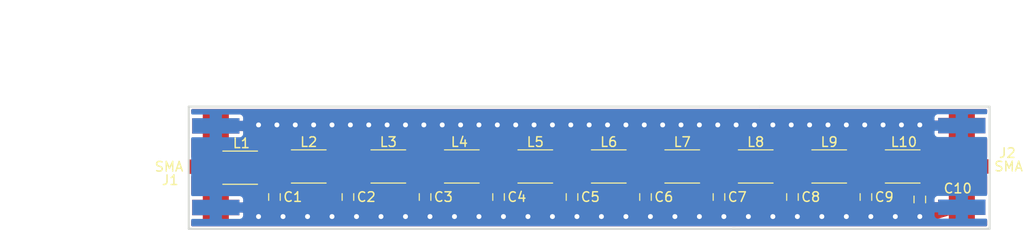
<source format=kicad_pcb>
(kicad_pcb (version 4) (host pcbnew 4.0.4-stable)

  (general
    (links 38)
    (no_connects 0)
    (area 109.700287 87.978 215.179091 111.352001)
    (thickness 1.6)
    (drawings 10)
    (tracks 173)
    (zones 0)
    (modules 22)
    (nets 13)
  )

  (page A4)
  (layers
    (0 Top signal)
    (31 Bottom signal hide)
    (34 B.Paste user)
    (35 F.Paste user)
    (36 B.SilkS user)
    (37 F.SilkS user)
    (38 B.Mask user hide)
    (39 F.Mask user hide)
    (40 Dwgs.User user)
    (44 Edge.Cuts user)
  )

  (setup
    (last_trace_width 0.635)
    (user_trace_width 0.635)
    (user_trace_width 0.8128)
    (trace_clearance 0.1524)
    (zone_clearance 0.1524)
    (zone_45_only no)
    (trace_min 0.1524)
    (segment_width 0.2)
    (edge_width 0.2)
    (via_size 0.6858)
    (via_drill 0.3302)
    (via_min_size 0.6858)
    (via_min_drill 0.3302)
    (user_via 0.762 0.508)
    (uvia_size 0.762)
    (uvia_drill 0.508)
    (uvias_allowed no)
    (uvia_min_size 0.2)
    (uvia_min_drill 0.1)
    (pcb_text_width 0.3)
    (pcb_text_size 1.5 1.5)
    (mod_edge_width 0.15)
    (mod_text_size 1 1)
    (mod_text_width 0.15)
    (pad_size 1.524 1.524)
    (pad_drill 0.762)
    (pad_to_mask_clearance 0.2)
    (aux_axis_origin 0 0)
    (grid_origin 135.128 112.522)
    (visible_elements 7FFEFF3F)
    (pcbplotparams
      (layerselection 0x00030_80000001)
      (usegerberextensions false)
      (excludeedgelayer true)
      (linewidth 0.100000)
      (plotframeref false)
      (viasonmask false)
      (mode 1)
      (useauxorigin false)
      (hpglpennumber 1)
      (hpglpenspeed 20)
      (hpglpendiameter 15)
      (hpglpenoverlay 2)
      (psnegative false)
      (psa4output false)
      (plotreference true)
      (plotvalue true)
      (plotinvisibletext false)
      (padsonsilk false)
      (subtractmaskfromsilk false)
      (outputformat 1)
      (mirror false)
      (drillshape 1)
      (scaleselection 1)
      (outputdirectory ""))
  )

  (net 0 "")
  (net 1 "Net-(C1-Pad1)")
  (net 2 GND)
  (net 3 "Net-(C2-Pad1)")
  (net 4 "Net-(C3-Pad1)")
  (net 5 "Net-(C4-Pad1)")
  (net 6 "Net-(C5-Pad1)")
  (net 7 "Net-(C6-Pad1)")
  (net 8 "Net-(C7-Pad1)")
  (net 9 "Net-(C8-Pad1)")
  (net 10 "Net-(C9-Pad1)")
  (net 11 "Net-(C10-Pad1)")
  (net 12 "Net-(J1-Pad1)")

  (net_class Default "This is the default net class."
    (clearance 0.1524)
    (trace_width 0.1524)
    (via_dia 0.6858)
    (via_drill 0.3302)
    (uvia_dia 0.762)
    (uvia_drill 0.508)
    (add_net GND)
    (add_net "Net-(C1-Pad1)")
    (add_net "Net-(C10-Pad1)")
    (add_net "Net-(C2-Pad1)")
    (add_net "Net-(C3-Pad1)")
    (add_net "Net-(C4-Pad1)")
    (add_net "Net-(C5-Pad1)")
    (add_net "Net-(C6-Pad1)")
    (add_net "Net-(C7-Pad1)")
    (add_net "Net-(C8-Pad1)")
    (add_net "Net-(C9-Pad1)")
    (add_net "Net-(J1-Pad1)")
  )

  (module Capacitors_SMD:C_0603 (layer Top) (tedit 588282EA) (tstamp 5881439C)
    (at 137.414 107.95 270)
    (descr "Capacitor SMD 0603, reflow soldering, AVX (see smccp.pdf)")
    (tags "capacitor 0603")
    (path /588138A6)
    (attr smd)
    (fp_text reference C1 (at 0 -1.9 360) (layer F.SilkS)
      (effects (font (size 1 1) (thickness 0.15)))
    )
    (fp_text value 20pF (at 0 1.9 270) (layer F.Fab)
      (effects (font (size 1 1) (thickness 0.15)))
    )
    (fp_line (start -0.8 0.4) (end -0.8 -0.4) (layer F.Fab) (width 0.1))
    (fp_line (start 0.8 0.4) (end -0.8 0.4) (layer F.Fab) (width 0.1))
    (fp_line (start 0.8 -0.4) (end 0.8 0.4) (layer F.Fab) (width 0.1))
    (fp_line (start -0.8 -0.4) (end 0.8 -0.4) (layer F.Fab) (width 0.1))
    (fp_line (start -1.45 -0.75) (end 1.45 -0.75) (layer F.CrtYd) (width 0.05))
    (fp_line (start -1.45 0.75) (end 1.45 0.75) (layer F.CrtYd) (width 0.05))
    (fp_line (start -1.45 -0.75) (end -1.45 0.75) (layer F.CrtYd) (width 0.05))
    (fp_line (start 1.45 -0.75) (end 1.45 0.75) (layer F.CrtYd) (width 0.05))
    (fp_line (start -0.35 -0.6) (end 0.35 -0.6) (layer F.SilkS) (width 0.12))
    (fp_line (start 0.35 0.6) (end -0.35 0.6) (layer F.SilkS) (width 0.12))
    (pad 1 smd rect (at -0.75 0 270) (size 0.8 0.75) (layers Top F.Paste F.Mask)
      (net 1 "Net-(C1-Pad1)"))
    (pad 2 smd rect (at 0.75 0 270) (size 0.8 0.75) (layers Top F.Paste F.Mask)
      (net 2 GND))
    (model Capacitors_SMD.3dshapes/C_0603.wrl
      (at (xyz 0 0 0))
      (scale (xyz 1 1 1))
      (rotate (xyz 0 0 0))
    )
  )

  (module Capacitors_SMD:C_0603 (layer Top) (tedit 588282EB) (tstamp 588143AC)
    (at 145.034 107.95 270)
    (descr "Capacitor SMD 0603, reflow soldering, AVX (see smccp.pdf)")
    (tags "capacitor 0603")
    (path /58813A0C)
    (attr smd)
    (fp_text reference C2 (at 0 -1.9 360) (layer F.SilkS)
      (effects (font (size 1 1) (thickness 0.15)))
    )
    (fp_text value 24pF (at 0 1.9 270) (layer F.Fab)
      (effects (font (size 1 1) (thickness 0.15)))
    )
    (fp_line (start -0.8 0.4) (end -0.8 -0.4) (layer F.Fab) (width 0.1))
    (fp_line (start 0.8 0.4) (end -0.8 0.4) (layer F.Fab) (width 0.1))
    (fp_line (start 0.8 -0.4) (end 0.8 0.4) (layer F.Fab) (width 0.1))
    (fp_line (start -0.8 -0.4) (end 0.8 -0.4) (layer F.Fab) (width 0.1))
    (fp_line (start -1.45 -0.75) (end 1.45 -0.75) (layer F.CrtYd) (width 0.05))
    (fp_line (start -1.45 0.75) (end 1.45 0.75) (layer F.CrtYd) (width 0.05))
    (fp_line (start -1.45 -0.75) (end -1.45 0.75) (layer F.CrtYd) (width 0.05))
    (fp_line (start 1.45 -0.75) (end 1.45 0.75) (layer F.CrtYd) (width 0.05))
    (fp_line (start -0.35 -0.6) (end 0.35 -0.6) (layer F.SilkS) (width 0.12))
    (fp_line (start 0.35 0.6) (end -0.35 0.6) (layer F.SilkS) (width 0.12))
    (pad 1 smd rect (at -0.75 0 270) (size 0.8 0.75) (layers Top F.Paste F.Mask)
      (net 3 "Net-(C2-Pad1)"))
    (pad 2 smd rect (at 0.75 0 270) (size 0.8 0.75) (layers Top F.Paste F.Mask)
      (net 2 GND))
    (model Capacitors_SMD.3dshapes/C_0603.wrl
      (at (xyz 0 0 0))
      (scale (xyz 1 1 1))
      (rotate (xyz 0 0 0))
    )
  )

  (module Capacitors_SMD:C_0603 (layer Top) (tedit 588282EC) (tstamp 588143BC)
    (at 153.035 107.95 270)
    (descr "Capacitor SMD 0603, reflow soldering, AVX (see smccp.pdf)")
    (tags "capacitor 0603")
    (path /58813B94)
    (attr smd)
    (fp_text reference C3 (at 0 -1.9 360) (layer F.SilkS)
      (effects (font (size 1 1) (thickness 0.15)))
    )
    (fp_text value 24pF (at 0 1.9 270) (layer F.Fab)
      (effects (font (size 1 1) (thickness 0.15)))
    )
    (fp_line (start -0.8 0.4) (end -0.8 -0.4) (layer F.Fab) (width 0.1))
    (fp_line (start 0.8 0.4) (end -0.8 0.4) (layer F.Fab) (width 0.1))
    (fp_line (start 0.8 -0.4) (end 0.8 0.4) (layer F.Fab) (width 0.1))
    (fp_line (start -0.8 -0.4) (end 0.8 -0.4) (layer F.Fab) (width 0.1))
    (fp_line (start -1.45 -0.75) (end 1.45 -0.75) (layer F.CrtYd) (width 0.05))
    (fp_line (start -1.45 0.75) (end 1.45 0.75) (layer F.CrtYd) (width 0.05))
    (fp_line (start -1.45 -0.75) (end -1.45 0.75) (layer F.CrtYd) (width 0.05))
    (fp_line (start 1.45 -0.75) (end 1.45 0.75) (layer F.CrtYd) (width 0.05))
    (fp_line (start -0.35 -0.6) (end 0.35 -0.6) (layer F.SilkS) (width 0.12))
    (fp_line (start 0.35 0.6) (end -0.35 0.6) (layer F.SilkS) (width 0.12))
    (pad 1 smd rect (at -0.75 0 270) (size 0.8 0.75) (layers Top F.Paste F.Mask)
      (net 4 "Net-(C3-Pad1)"))
    (pad 2 smd rect (at 0.75 0 270) (size 0.8 0.75) (layers Top F.Paste F.Mask)
      (net 2 GND))
    (model Capacitors_SMD.3dshapes/C_0603.wrl
      (at (xyz 0 0 0))
      (scale (xyz 1 1 1))
      (rotate (xyz 0 0 0))
    )
  )

  (module Capacitors_SMD:C_0603 (layer Top) (tedit 588282ED) (tstamp 588143CC)
    (at 160.655 107.95 270)
    (descr "Capacitor SMD 0603, reflow soldering, AVX (see smccp.pdf)")
    (tags "capacitor 0603")
    (path /58813BA6)
    (attr smd)
    (fp_text reference C4 (at 0 -1.9 360) (layer F.SilkS)
      (effects (font (size 1 1) (thickness 0.15)))
    )
    (fp_text value 24pF (at 0 1.9 270) (layer F.Fab)
      (effects (font (size 1 1) (thickness 0.15)))
    )
    (fp_line (start -0.8 0.4) (end -0.8 -0.4) (layer F.Fab) (width 0.1))
    (fp_line (start 0.8 0.4) (end -0.8 0.4) (layer F.Fab) (width 0.1))
    (fp_line (start 0.8 -0.4) (end 0.8 0.4) (layer F.Fab) (width 0.1))
    (fp_line (start -0.8 -0.4) (end 0.8 -0.4) (layer F.Fab) (width 0.1))
    (fp_line (start -1.45 -0.75) (end 1.45 -0.75) (layer F.CrtYd) (width 0.05))
    (fp_line (start -1.45 0.75) (end 1.45 0.75) (layer F.CrtYd) (width 0.05))
    (fp_line (start -1.45 -0.75) (end -1.45 0.75) (layer F.CrtYd) (width 0.05))
    (fp_line (start 1.45 -0.75) (end 1.45 0.75) (layer F.CrtYd) (width 0.05))
    (fp_line (start -0.35 -0.6) (end 0.35 -0.6) (layer F.SilkS) (width 0.12))
    (fp_line (start 0.35 0.6) (end -0.35 0.6) (layer F.SilkS) (width 0.12))
    (pad 1 smd rect (at -0.75 0 270) (size 0.8 0.75) (layers Top F.Paste F.Mask)
      (net 5 "Net-(C4-Pad1)"))
    (pad 2 smd rect (at 0.75 0 270) (size 0.8 0.75) (layers Top F.Paste F.Mask)
      (net 2 GND))
    (model Capacitors_SMD.3dshapes/C_0603.wrl
      (at (xyz 0 0 0))
      (scale (xyz 1 1 1))
      (rotate (xyz 0 0 0))
    )
  )

  (module Capacitors_SMD:C_0603 (layer Top) (tedit 588282EE) (tstamp 588143DC)
    (at 168.275 107.95 270)
    (descr "Capacitor SMD 0603, reflow soldering, AVX (see smccp.pdf)")
    (tags "capacitor 0603")
    (path /58813D82)
    (attr smd)
    (fp_text reference C5 (at 0 -1.9 360) (layer F.SilkS)
      (effects (font (size 1 1) (thickness 0.15)))
    )
    (fp_text value 24pF (at 0 1.9 270) (layer F.Fab)
      (effects (font (size 1 1) (thickness 0.15)))
    )
    (fp_line (start -0.8 0.4) (end -0.8 -0.4) (layer F.Fab) (width 0.1))
    (fp_line (start 0.8 0.4) (end -0.8 0.4) (layer F.Fab) (width 0.1))
    (fp_line (start 0.8 -0.4) (end 0.8 0.4) (layer F.Fab) (width 0.1))
    (fp_line (start -0.8 -0.4) (end 0.8 -0.4) (layer F.Fab) (width 0.1))
    (fp_line (start -1.45 -0.75) (end 1.45 -0.75) (layer F.CrtYd) (width 0.05))
    (fp_line (start -1.45 0.75) (end 1.45 0.75) (layer F.CrtYd) (width 0.05))
    (fp_line (start -1.45 -0.75) (end -1.45 0.75) (layer F.CrtYd) (width 0.05))
    (fp_line (start 1.45 -0.75) (end 1.45 0.75) (layer F.CrtYd) (width 0.05))
    (fp_line (start -0.35 -0.6) (end 0.35 -0.6) (layer F.SilkS) (width 0.12))
    (fp_line (start 0.35 0.6) (end -0.35 0.6) (layer F.SilkS) (width 0.12))
    (pad 1 smd rect (at -0.75 0 270) (size 0.8 0.75) (layers Top F.Paste F.Mask)
      (net 6 "Net-(C5-Pad1)"))
    (pad 2 smd rect (at 0.75 0 270) (size 0.8 0.75) (layers Top F.Paste F.Mask)
      (net 2 GND))
    (model Capacitors_SMD.3dshapes/C_0603.wrl
      (at (xyz 0 0 0))
      (scale (xyz 1 1 1))
      (rotate (xyz 0 0 0))
    )
  )

  (module Capacitors_SMD:C_0603 (layer Top) (tedit 588282EF) (tstamp 588143EC)
    (at 175.895 107.95 270)
    (descr "Capacitor SMD 0603, reflow soldering, AVX (see smccp.pdf)")
    (tags "capacitor 0603")
    (path /58813D94)
    (attr smd)
    (fp_text reference C6 (at 0 -1.9 360) (layer F.SilkS)
      (effects (font (size 1 1) (thickness 0.15)))
    )
    (fp_text value 24pF (at 0 1.9 270) (layer F.Fab)
      (effects (font (size 1 1) (thickness 0.15)))
    )
    (fp_line (start -0.8 0.4) (end -0.8 -0.4) (layer F.Fab) (width 0.1))
    (fp_line (start 0.8 0.4) (end -0.8 0.4) (layer F.Fab) (width 0.1))
    (fp_line (start 0.8 -0.4) (end 0.8 0.4) (layer F.Fab) (width 0.1))
    (fp_line (start -0.8 -0.4) (end 0.8 -0.4) (layer F.Fab) (width 0.1))
    (fp_line (start -1.45 -0.75) (end 1.45 -0.75) (layer F.CrtYd) (width 0.05))
    (fp_line (start -1.45 0.75) (end 1.45 0.75) (layer F.CrtYd) (width 0.05))
    (fp_line (start -1.45 -0.75) (end -1.45 0.75) (layer F.CrtYd) (width 0.05))
    (fp_line (start 1.45 -0.75) (end 1.45 0.75) (layer F.CrtYd) (width 0.05))
    (fp_line (start -0.35 -0.6) (end 0.35 -0.6) (layer F.SilkS) (width 0.12))
    (fp_line (start 0.35 0.6) (end -0.35 0.6) (layer F.SilkS) (width 0.12))
    (pad 1 smd rect (at -0.75 0 270) (size 0.8 0.75) (layers Top F.Paste F.Mask)
      (net 7 "Net-(C6-Pad1)"))
    (pad 2 smd rect (at 0.75 0 270) (size 0.8 0.75) (layers Top F.Paste F.Mask)
      (net 2 GND))
    (model Capacitors_SMD.3dshapes/C_0603.wrl
      (at (xyz 0 0 0))
      (scale (xyz 1 1 1))
      (rotate (xyz 0 0 0))
    )
  )

  (module Capacitors_SMD:C_0603 (layer Top) (tedit 588282F0) (tstamp 588143FC)
    (at 183.515 107.95 270)
    (descr "Capacitor SMD 0603, reflow soldering, AVX (see smccp.pdf)")
    (tags "capacitor 0603")
    (path /58813DA6)
    (attr smd)
    (fp_text reference C7 (at 0 -1.9 360) (layer F.SilkS)
      (effects (font (size 1 1) (thickness 0.15)))
    )
    (fp_text value 24pF (at 0 1.9 270) (layer F.Fab)
      (effects (font (size 1 1) (thickness 0.15)))
    )
    (fp_line (start -0.8 0.4) (end -0.8 -0.4) (layer F.Fab) (width 0.1))
    (fp_line (start 0.8 0.4) (end -0.8 0.4) (layer F.Fab) (width 0.1))
    (fp_line (start 0.8 -0.4) (end 0.8 0.4) (layer F.Fab) (width 0.1))
    (fp_line (start -0.8 -0.4) (end 0.8 -0.4) (layer F.Fab) (width 0.1))
    (fp_line (start -1.45 -0.75) (end 1.45 -0.75) (layer F.CrtYd) (width 0.05))
    (fp_line (start -1.45 0.75) (end 1.45 0.75) (layer F.CrtYd) (width 0.05))
    (fp_line (start -1.45 -0.75) (end -1.45 0.75) (layer F.CrtYd) (width 0.05))
    (fp_line (start 1.45 -0.75) (end 1.45 0.75) (layer F.CrtYd) (width 0.05))
    (fp_line (start -0.35 -0.6) (end 0.35 -0.6) (layer F.SilkS) (width 0.12))
    (fp_line (start 0.35 0.6) (end -0.35 0.6) (layer F.SilkS) (width 0.12))
    (pad 1 smd rect (at -0.75 0 270) (size 0.8 0.75) (layers Top F.Paste F.Mask)
      (net 8 "Net-(C7-Pad1)"))
    (pad 2 smd rect (at 0.75 0 270) (size 0.8 0.75) (layers Top F.Paste F.Mask)
      (net 2 GND))
    (model Capacitors_SMD.3dshapes/C_0603.wrl
      (at (xyz 0 0 0))
      (scale (xyz 1 1 1))
      (rotate (xyz 0 0 0))
    )
  )

  (module Capacitors_SMD:C_0603 (layer Top) (tedit 588282F6) (tstamp 5881440C)
    (at 191.135 107.95 270)
    (descr "Capacitor SMD 0603, reflow soldering, AVX (see smccp.pdf)")
    (tags "capacitor 0603")
    (path /58813DB8)
    (attr smd)
    (fp_text reference C8 (at 0 -1.9 360) (layer F.SilkS)
      (effects (font (size 1 1) (thickness 0.15)))
    )
    (fp_text value 24pF (at 0 1.9 270) (layer F.Fab)
      (effects (font (size 1 1) (thickness 0.15)))
    )
    (fp_line (start -0.8 0.4) (end -0.8 -0.4) (layer F.Fab) (width 0.1))
    (fp_line (start 0.8 0.4) (end -0.8 0.4) (layer F.Fab) (width 0.1))
    (fp_line (start 0.8 -0.4) (end 0.8 0.4) (layer F.Fab) (width 0.1))
    (fp_line (start -0.8 -0.4) (end 0.8 -0.4) (layer F.Fab) (width 0.1))
    (fp_line (start -1.45 -0.75) (end 1.45 -0.75) (layer F.CrtYd) (width 0.05))
    (fp_line (start -1.45 0.75) (end 1.45 0.75) (layer F.CrtYd) (width 0.05))
    (fp_line (start -1.45 -0.75) (end -1.45 0.75) (layer F.CrtYd) (width 0.05))
    (fp_line (start 1.45 -0.75) (end 1.45 0.75) (layer F.CrtYd) (width 0.05))
    (fp_line (start -0.35 -0.6) (end 0.35 -0.6) (layer F.SilkS) (width 0.12))
    (fp_line (start 0.35 0.6) (end -0.35 0.6) (layer F.SilkS) (width 0.12))
    (pad 1 smd rect (at -0.75 0 270) (size 0.8 0.75) (layers Top F.Paste F.Mask)
      (net 9 "Net-(C8-Pad1)"))
    (pad 2 smd rect (at 0.75 0 270) (size 0.8 0.75) (layers Top F.Paste F.Mask)
      (net 2 GND))
    (model Capacitors_SMD.3dshapes/C_0603.wrl
      (at (xyz 0 0 0))
      (scale (xyz 1 1 1))
      (rotate (xyz 0 0 0))
    )
  )

  (module Capacitors_SMD:C_0603 (layer Top) (tedit 588282F5) (tstamp 5881441C)
    (at 198.755 107.95 270)
    (descr "Capacitor SMD 0603, reflow soldering, AVX (see smccp.pdf)")
    (tags "capacitor 0603")
    (path /58813E90)
    (attr smd)
    (fp_text reference C9 (at 0 -1.9 360) (layer F.SilkS)
      (effects (font (size 1 1) (thickness 0.15)))
    )
    (fp_text value 24pF (at 0 1.9 270) (layer F.Fab)
      (effects (font (size 1 1) (thickness 0.15)))
    )
    (fp_line (start -0.8 0.4) (end -0.8 -0.4) (layer F.Fab) (width 0.1))
    (fp_line (start 0.8 0.4) (end -0.8 0.4) (layer F.Fab) (width 0.1))
    (fp_line (start 0.8 -0.4) (end 0.8 0.4) (layer F.Fab) (width 0.1))
    (fp_line (start -0.8 -0.4) (end 0.8 -0.4) (layer F.Fab) (width 0.1))
    (fp_line (start -1.45 -0.75) (end 1.45 -0.75) (layer F.CrtYd) (width 0.05))
    (fp_line (start -1.45 0.75) (end 1.45 0.75) (layer F.CrtYd) (width 0.05))
    (fp_line (start -1.45 -0.75) (end -1.45 0.75) (layer F.CrtYd) (width 0.05))
    (fp_line (start 1.45 -0.75) (end 1.45 0.75) (layer F.CrtYd) (width 0.05))
    (fp_line (start -0.35 -0.6) (end 0.35 -0.6) (layer F.SilkS) (width 0.12))
    (fp_line (start 0.35 0.6) (end -0.35 0.6) (layer F.SilkS) (width 0.12))
    (pad 1 smd rect (at -0.75 0 270) (size 0.8 0.75) (layers Top F.Paste F.Mask)
      (net 10 "Net-(C9-Pad1)"))
    (pad 2 smd rect (at 0.75 0 270) (size 0.8 0.75) (layers Top F.Paste F.Mask)
      (net 2 GND))
    (model Capacitors_SMD.3dshapes/C_0603.wrl
      (at (xyz 0 0 0))
      (scale (xyz 1 1 1))
      (rotate (xyz 0 0 0))
    )
  )

  (module Capacitors_SMD:C_0603 (layer Top) (tedit 5882839E) (tstamp 5881442C)
    (at 204.343 108.204 270)
    (descr "Capacitor SMD 0603, reflow soldering, AVX (see smccp.pdf)")
    (tags "capacitor 0603")
    (path /58813EA2)
    (attr smd)
    (fp_text reference C10 (at -1.143 -3.937 360) (layer F.SilkS)
      (effects (font (size 1 1) (thickness 0.15)))
    )
    (fp_text value 10pF (at 0 1.9 270) (layer F.Fab)
      (effects (font (size 1 1) (thickness 0.15)))
    )
    (fp_line (start -0.8 0.4) (end -0.8 -0.4) (layer F.Fab) (width 0.1))
    (fp_line (start 0.8 0.4) (end -0.8 0.4) (layer F.Fab) (width 0.1))
    (fp_line (start 0.8 -0.4) (end 0.8 0.4) (layer F.Fab) (width 0.1))
    (fp_line (start -0.8 -0.4) (end 0.8 -0.4) (layer F.Fab) (width 0.1))
    (fp_line (start -1.45 -0.75) (end 1.45 -0.75) (layer F.CrtYd) (width 0.05))
    (fp_line (start -1.45 0.75) (end 1.45 0.75) (layer F.CrtYd) (width 0.05))
    (fp_line (start -1.45 -0.75) (end -1.45 0.75) (layer F.CrtYd) (width 0.05))
    (fp_line (start 1.45 -0.75) (end 1.45 0.75) (layer F.CrtYd) (width 0.05))
    (fp_line (start -0.35 -0.6) (end 0.35 -0.6) (layer F.SilkS) (width 0.12))
    (fp_line (start 0.35 0.6) (end -0.35 0.6) (layer F.SilkS) (width 0.12))
    (pad 1 smd rect (at -0.75 0 270) (size 0.8 0.75) (layers Top F.Paste F.Mask)
      (net 11 "Net-(C10-Pad1)"))
    (pad 2 smd rect (at 0.75 0 270) (size 0.8 0.75) (layers Top F.Paste F.Mask)
      (net 2 GND))
    (model Capacitors_SMD.3dshapes/C_0603.wrl
      (at (xyz 0 0 0))
      (scale (xyz 1 1 1))
      (rotate (xyz 0 0 0))
    )
  )

  (module SMA:SMA_Edge_Amphenol (layer Top) (tedit 53AB1AA7) (tstamp 58814435)
    (at 128.5748 104.8004)
    (descr "Amphenol # 132414")
    (path /588142DF)
    (fp_text reference J1 (at -1.9685 1.397) (layer F.SilkS)
      (effects (font (size 1 1) (thickness 0.15)))
    )
    (fp_text value SMA (at -2.0955 0) (layer F.SilkS)
      (effects (font (size 1 1) (thickness 0.15)))
    )
    (pad 1 smd rect (at 1.0287 0) (size 2.0574 1.4986) (layers Top F.Paste F.Mask)
      (net 12 "Net-(J1-Pad1)"))
    (pad 2 smd rect (at 2.7559 4.2418) (size 4.9022 1.6002) (layers Top F.Paste F.Mask)
      (net 2 GND))
    (pad 3 smd rect (at 2.7559 -4.2418) (size 4.9022 1.6002) (layers Top F.Paste F.Mask)
      (net 2 GND))
    (pad 4 smd rect (at 2.7559 4.2418) (size 4.9022 1.6002) (layers Bottom)
      (net 2 GND) (zone_connect 1) (thermal_width 1.27) (thermal_gap 0.381))
    (pad 5 smd rect (at 2.7559 -4.2418) (size 4.9022 1.6002) (layers Bottom)
      (net 2 GND) (thermal_width 1.27) (thermal_gap 0.381))
  )

  (module SMA:SMA_Edge_Amphenol (layer Top) (tedit 53AB1AA7) (tstamp 5881443E)
    (at 211.455 104.775 180)
    (descr "Amphenol # 132414")
    (path /5881457B)
    (fp_text reference J2 (at -1.9685 1.397 180) (layer F.SilkS)
      (effects (font (size 1 1) (thickness 0.15)))
    )
    (fp_text value SMA (at -2.0955 0 180) (layer F.SilkS)
      (effects (font (size 1 1) (thickness 0.15)))
    )
    (pad 1 smd rect (at 1.0287 0 180) (size 2.0574 1.4986) (layers Top F.Paste F.Mask)
      (net 11 "Net-(C10-Pad1)"))
    (pad 2 smd rect (at 2.7559 4.2418 180) (size 4.9022 1.6002) (layers Top F.Paste F.Mask)
      (net 2 GND))
    (pad 3 smd rect (at 2.7559 -4.2418 180) (size 4.9022 1.6002) (layers Top F.Paste F.Mask)
      (net 2 GND))
    (pad 4 smd rect (at 2.7559 4.2418 180) (size 4.9022 1.6002) (layers Bottom)
      (net 2 GND) (zone_connect 1) (thermal_width 1.27) (thermal_gap 0.381))
    (pad 5 smd rect (at 2.7559 -4.2418 180) (size 4.9022 1.6002) (layers Bottom)
      (net 2 GND) (thermal_width 1.27) (thermal_gap 0.381))
  )

  (module Capacitors_SMD:C_1812 (layer Top) (tedit 58828277) (tstamp 5881445E)
    (at 140.97 104.775)
    (descr "Capacitor SMD 1812, reflow soldering, AVX (see smccp.pdf)")
    (tags "capacitor 1812")
    (path /58813A12)
    (attr smd)
    (fp_text reference L2 (at 0 -2.54) (layer F.SilkS)
      (effects (font (size 1 1) (thickness 0.15)))
    )
    (fp_text value 68nH (at 0 3) (layer F.Fab)
      (effects (font (size 1 1) (thickness 0.15)))
    )
    (fp_line (start -2.25 1.6) (end -2.25 -1.6) (layer F.Fab) (width 0.1))
    (fp_line (start 2.25 1.6) (end -2.25 1.6) (layer F.Fab) (width 0.1))
    (fp_line (start 2.25 -1.6) (end 2.25 1.6) (layer F.Fab) (width 0.1))
    (fp_line (start -2.25 -1.6) (end 2.25 -1.6) (layer F.Fab) (width 0.1))
    (fp_line (start -3.1 -1.85) (end 3.1 -1.85) (layer F.CrtYd) (width 0.05))
    (fp_line (start -3.1 1.85) (end 3.1 1.85) (layer F.CrtYd) (width 0.05))
    (fp_line (start -3.1 -1.85) (end -3.1 1.85) (layer F.CrtYd) (width 0.05))
    (fp_line (start 3.1 -1.85) (end 3.1 1.85) (layer F.CrtYd) (width 0.05))
    (fp_line (start 1.8 -1.725) (end -1.8 -1.725) (layer F.SilkS) (width 0.12))
    (fp_line (start -1.8 1.725) (end 1.8 1.725) (layer F.SilkS) (width 0.12))
    (pad 1 smd rect (at -2.3 0) (size 1 3) (layers Top F.Paste F.Mask)
      (net 1 "Net-(C1-Pad1)"))
    (pad 2 smd rect (at 2.3 0) (size 1 3) (layers Top F.Paste F.Mask)
      (net 3 "Net-(C2-Pad1)"))
    (model Capacitors_SMD.3dshapes/C_1812.wrl
      (at (xyz 0 0 0))
      (scale (xyz 1 1 1))
      (rotate (xyz 0 0 0))
    )
  )

  (module Capacitors_SMD:C_1812 (layer Top) (tedit 5882827C) (tstamp 5881446E)
    (at 149.225 104.775)
    (descr "Capacitor SMD 1812, reflow soldering, AVX (see smccp.pdf)")
    (tags "capacitor 1812")
    (path /58813B9A)
    (attr smd)
    (fp_text reference L3 (at 0 -2.54) (layer F.SilkS)
      (effects (font (size 1 1) (thickness 0.15)))
    )
    (fp_text value 68nH (at 0 3) (layer F.Fab)
      (effects (font (size 1 1) (thickness 0.15)))
    )
    (fp_line (start -2.25 1.6) (end -2.25 -1.6) (layer F.Fab) (width 0.1))
    (fp_line (start 2.25 1.6) (end -2.25 1.6) (layer F.Fab) (width 0.1))
    (fp_line (start 2.25 -1.6) (end 2.25 1.6) (layer F.Fab) (width 0.1))
    (fp_line (start -2.25 -1.6) (end 2.25 -1.6) (layer F.Fab) (width 0.1))
    (fp_line (start -3.1 -1.85) (end 3.1 -1.85) (layer F.CrtYd) (width 0.05))
    (fp_line (start -3.1 1.85) (end 3.1 1.85) (layer F.CrtYd) (width 0.05))
    (fp_line (start -3.1 -1.85) (end -3.1 1.85) (layer F.CrtYd) (width 0.05))
    (fp_line (start 3.1 -1.85) (end 3.1 1.85) (layer F.CrtYd) (width 0.05))
    (fp_line (start 1.8 -1.725) (end -1.8 -1.725) (layer F.SilkS) (width 0.12))
    (fp_line (start -1.8 1.725) (end 1.8 1.725) (layer F.SilkS) (width 0.12))
    (pad 1 smd rect (at -2.3 0) (size 1 3) (layers Top F.Paste F.Mask)
      (net 3 "Net-(C2-Pad1)"))
    (pad 2 smd rect (at 2.3 0) (size 1 3) (layers Top F.Paste F.Mask)
      (net 4 "Net-(C3-Pad1)"))
    (model Capacitors_SMD.3dshapes/C_1812.wrl
      (at (xyz 0 0 0))
      (scale (xyz 1 1 1))
      (rotate (xyz 0 0 0))
    )
  )

  (module Capacitors_SMD:C_1812 (layer Top) (tedit 58828281) (tstamp 5881447E)
    (at 156.845 104.775)
    (descr "Capacitor SMD 1812, reflow soldering, AVX (see smccp.pdf)")
    (tags "capacitor 1812")
    (path /58813BAC)
    (attr smd)
    (fp_text reference L4 (at -0.254 -2.54) (layer F.SilkS)
      (effects (font (size 1 1) (thickness 0.15)))
    )
    (fp_text value 68nH (at 0 3) (layer F.Fab)
      (effects (font (size 1 1) (thickness 0.15)))
    )
    (fp_line (start -2.25 1.6) (end -2.25 -1.6) (layer F.Fab) (width 0.1))
    (fp_line (start 2.25 1.6) (end -2.25 1.6) (layer F.Fab) (width 0.1))
    (fp_line (start 2.25 -1.6) (end 2.25 1.6) (layer F.Fab) (width 0.1))
    (fp_line (start -2.25 -1.6) (end 2.25 -1.6) (layer F.Fab) (width 0.1))
    (fp_line (start -3.1 -1.85) (end 3.1 -1.85) (layer F.CrtYd) (width 0.05))
    (fp_line (start -3.1 1.85) (end 3.1 1.85) (layer F.CrtYd) (width 0.05))
    (fp_line (start -3.1 -1.85) (end -3.1 1.85) (layer F.CrtYd) (width 0.05))
    (fp_line (start 3.1 -1.85) (end 3.1 1.85) (layer F.CrtYd) (width 0.05))
    (fp_line (start 1.8 -1.725) (end -1.8 -1.725) (layer F.SilkS) (width 0.12))
    (fp_line (start -1.8 1.725) (end 1.8 1.725) (layer F.SilkS) (width 0.12))
    (pad 1 smd rect (at -2.3 0) (size 1 3) (layers Top F.Paste F.Mask)
      (net 4 "Net-(C3-Pad1)"))
    (pad 2 smd rect (at 2.3 0) (size 1 3) (layers Top F.Paste F.Mask)
      (net 5 "Net-(C4-Pad1)"))
    (model Capacitors_SMD.3dshapes/C_1812.wrl
      (at (xyz 0 0 0))
      (scale (xyz 1 1 1))
      (rotate (xyz 0 0 0))
    )
  )

  (module Capacitors_SMD:C_1812 (layer Top) (tedit 58828289) (tstamp 5881448E)
    (at 164.465 104.775)
    (descr "Capacitor SMD 1812, reflow soldering, AVX (see smccp.pdf)")
    (tags "capacitor 1812")
    (path /58813D88)
    (attr smd)
    (fp_text reference L5 (at 0 -2.54) (layer F.SilkS)
      (effects (font (size 1 1) (thickness 0.15)))
    )
    (fp_text value 68nH (at 0 3) (layer F.Fab)
      (effects (font (size 1 1) (thickness 0.15)))
    )
    (fp_line (start -2.25 1.6) (end -2.25 -1.6) (layer F.Fab) (width 0.1))
    (fp_line (start 2.25 1.6) (end -2.25 1.6) (layer F.Fab) (width 0.1))
    (fp_line (start 2.25 -1.6) (end 2.25 1.6) (layer F.Fab) (width 0.1))
    (fp_line (start -2.25 -1.6) (end 2.25 -1.6) (layer F.Fab) (width 0.1))
    (fp_line (start -3.1 -1.85) (end 3.1 -1.85) (layer F.CrtYd) (width 0.05))
    (fp_line (start -3.1 1.85) (end 3.1 1.85) (layer F.CrtYd) (width 0.05))
    (fp_line (start -3.1 -1.85) (end -3.1 1.85) (layer F.CrtYd) (width 0.05))
    (fp_line (start 3.1 -1.85) (end 3.1 1.85) (layer F.CrtYd) (width 0.05))
    (fp_line (start 1.8 -1.725) (end -1.8 -1.725) (layer F.SilkS) (width 0.12))
    (fp_line (start -1.8 1.725) (end 1.8 1.725) (layer F.SilkS) (width 0.12))
    (pad 1 smd rect (at -2.3 0) (size 1 3) (layers Top F.Paste F.Mask)
      (net 5 "Net-(C4-Pad1)"))
    (pad 2 smd rect (at 2.3 0) (size 1 3) (layers Top F.Paste F.Mask)
      (net 6 "Net-(C5-Pad1)"))
    (model Capacitors_SMD.3dshapes/C_1812.wrl
      (at (xyz 0 0 0))
      (scale (xyz 1 1 1))
      (rotate (xyz 0 0 0))
    )
  )

  (module Capacitors_SMD:C_1812 (layer Top) (tedit 5882828E) (tstamp 5881449E)
    (at 172.085 104.775)
    (descr "Capacitor SMD 1812, reflow soldering, AVX (see smccp.pdf)")
    (tags "capacitor 1812")
    (path /58813D9A)
    (attr smd)
    (fp_text reference L6 (at 0 -2.54) (layer F.SilkS)
      (effects (font (size 1 1) (thickness 0.15)))
    )
    (fp_text value 68nH (at 0 3) (layer F.Fab)
      (effects (font (size 1 1) (thickness 0.15)))
    )
    (fp_line (start -2.25 1.6) (end -2.25 -1.6) (layer F.Fab) (width 0.1))
    (fp_line (start 2.25 1.6) (end -2.25 1.6) (layer F.Fab) (width 0.1))
    (fp_line (start 2.25 -1.6) (end 2.25 1.6) (layer F.Fab) (width 0.1))
    (fp_line (start -2.25 -1.6) (end 2.25 -1.6) (layer F.Fab) (width 0.1))
    (fp_line (start -3.1 -1.85) (end 3.1 -1.85) (layer F.CrtYd) (width 0.05))
    (fp_line (start -3.1 1.85) (end 3.1 1.85) (layer F.CrtYd) (width 0.05))
    (fp_line (start -3.1 -1.85) (end -3.1 1.85) (layer F.CrtYd) (width 0.05))
    (fp_line (start 3.1 -1.85) (end 3.1 1.85) (layer F.CrtYd) (width 0.05))
    (fp_line (start 1.8 -1.725) (end -1.8 -1.725) (layer F.SilkS) (width 0.12))
    (fp_line (start -1.8 1.725) (end 1.8 1.725) (layer F.SilkS) (width 0.12))
    (pad 1 smd rect (at -2.3 0) (size 1 3) (layers Top F.Paste F.Mask)
      (net 6 "Net-(C5-Pad1)"))
    (pad 2 smd rect (at 2.3 0) (size 1 3) (layers Top F.Paste F.Mask)
      (net 7 "Net-(C6-Pad1)"))
    (model Capacitors_SMD.3dshapes/C_1812.wrl
      (at (xyz 0 0 0))
      (scale (xyz 1 1 1))
      (rotate (xyz 0 0 0))
    )
  )

  (module Capacitors_SMD:C_1812 (layer Top) (tedit 58828292) (tstamp 588144AE)
    (at 179.705 104.775)
    (descr "Capacitor SMD 1812, reflow soldering, AVX (see smccp.pdf)")
    (tags "capacitor 1812")
    (path /58813DAC)
    (attr smd)
    (fp_text reference L7 (at 0 -2.54) (layer F.SilkS)
      (effects (font (size 1 1) (thickness 0.15)))
    )
    (fp_text value 68nH (at 0 3) (layer F.Fab)
      (effects (font (size 1 1) (thickness 0.15)))
    )
    (fp_line (start -2.25 1.6) (end -2.25 -1.6) (layer F.Fab) (width 0.1))
    (fp_line (start 2.25 1.6) (end -2.25 1.6) (layer F.Fab) (width 0.1))
    (fp_line (start 2.25 -1.6) (end 2.25 1.6) (layer F.Fab) (width 0.1))
    (fp_line (start -2.25 -1.6) (end 2.25 -1.6) (layer F.Fab) (width 0.1))
    (fp_line (start -3.1 -1.85) (end 3.1 -1.85) (layer F.CrtYd) (width 0.05))
    (fp_line (start -3.1 1.85) (end 3.1 1.85) (layer F.CrtYd) (width 0.05))
    (fp_line (start -3.1 -1.85) (end -3.1 1.85) (layer F.CrtYd) (width 0.05))
    (fp_line (start 3.1 -1.85) (end 3.1 1.85) (layer F.CrtYd) (width 0.05))
    (fp_line (start 1.8 -1.725) (end -1.8 -1.725) (layer F.SilkS) (width 0.12))
    (fp_line (start -1.8 1.725) (end 1.8 1.725) (layer F.SilkS) (width 0.12))
    (pad 1 smd rect (at -2.3 0) (size 1 3) (layers Top F.Paste F.Mask)
      (net 7 "Net-(C6-Pad1)"))
    (pad 2 smd rect (at 2.3 0) (size 1 3) (layers Top F.Paste F.Mask)
      (net 8 "Net-(C7-Pad1)"))
    (model Capacitors_SMD.3dshapes/C_1812.wrl
      (at (xyz 0 0 0))
      (scale (xyz 1 1 1))
      (rotate (xyz 0 0 0))
    )
  )

  (module Capacitors_SMD:C_1812 (layer Top) (tedit 588282A5) (tstamp 588144BE)
    (at 187.325 104.775)
    (descr "Capacitor SMD 1812, reflow soldering, AVX (see smccp.pdf)")
    (tags "capacitor 1812")
    (path /58813DBE)
    (attr smd)
    (fp_text reference L8 (at 0 -2.54) (layer F.SilkS)
      (effects (font (size 1 1) (thickness 0.15)))
    )
    (fp_text value 68nH (at 0 3) (layer F.Fab)
      (effects (font (size 1 1) (thickness 0.15)))
    )
    (fp_line (start -2.25 1.6) (end -2.25 -1.6) (layer F.Fab) (width 0.1))
    (fp_line (start 2.25 1.6) (end -2.25 1.6) (layer F.Fab) (width 0.1))
    (fp_line (start 2.25 -1.6) (end 2.25 1.6) (layer F.Fab) (width 0.1))
    (fp_line (start -2.25 -1.6) (end 2.25 -1.6) (layer F.Fab) (width 0.1))
    (fp_line (start -3.1 -1.85) (end 3.1 -1.85) (layer F.CrtYd) (width 0.05))
    (fp_line (start -3.1 1.85) (end 3.1 1.85) (layer F.CrtYd) (width 0.05))
    (fp_line (start -3.1 -1.85) (end -3.1 1.85) (layer F.CrtYd) (width 0.05))
    (fp_line (start 3.1 -1.85) (end 3.1 1.85) (layer F.CrtYd) (width 0.05))
    (fp_line (start 1.8 -1.725) (end -1.8 -1.725) (layer F.SilkS) (width 0.12))
    (fp_line (start -1.8 1.725) (end 1.8 1.725) (layer F.SilkS) (width 0.12))
    (pad 1 smd rect (at -2.3 0) (size 1 3) (layers Top F.Paste F.Mask)
      (net 8 "Net-(C7-Pad1)"))
    (pad 2 smd rect (at 2.3 0) (size 1 3) (layers Top F.Paste F.Mask)
      (net 9 "Net-(C8-Pad1)"))
    (model Capacitors_SMD.3dshapes/C_1812.wrl
      (at (xyz 0 0 0))
      (scale (xyz 1 1 1))
      (rotate (xyz 0 0 0))
    )
  )

  (module Capacitors_SMD:C_1812 (layer Top) (tedit 588282A2) (tstamp 588144CE)
    (at 194.945 104.775)
    (descr "Capacitor SMD 1812, reflow soldering, AVX (see smccp.pdf)")
    (tags "capacitor 1812")
    (path /58813E96)
    (attr smd)
    (fp_text reference L9 (at 0 -2.54) (layer F.SilkS)
      (effects (font (size 1 1) (thickness 0.15)))
    )
    (fp_text value 68nH (at 0 3) (layer F.Fab)
      (effects (font (size 1 1) (thickness 0.15)))
    )
    (fp_line (start -2.25 1.6) (end -2.25 -1.6) (layer F.Fab) (width 0.1))
    (fp_line (start 2.25 1.6) (end -2.25 1.6) (layer F.Fab) (width 0.1))
    (fp_line (start 2.25 -1.6) (end 2.25 1.6) (layer F.Fab) (width 0.1))
    (fp_line (start -2.25 -1.6) (end 2.25 -1.6) (layer F.Fab) (width 0.1))
    (fp_line (start -3.1 -1.85) (end 3.1 -1.85) (layer F.CrtYd) (width 0.05))
    (fp_line (start -3.1 1.85) (end 3.1 1.85) (layer F.CrtYd) (width 0.05))
    (fp_line (start -3.1 -1.85) (end -3.1 1.85) (layer F.CrtYd) (width 0.05))
    (fp_line (start 3.1 -1.85) (end 3.1 1.85) (layer F.CrtYd) (width 0.05))
    (fp_line (start 1.8 -1.725) (end -1.8 -1.725) (layer F.SilkS) (width 0.12))
    (fp_line (start -1.8 1.725) (end 1.8 1.725) (layer F.SilkS) (width 0.12))
    (pad 1 smd rect (at -2.3 0) (size 1 3) (layers Top F.Paste F.Mask)
      (net 9 "Net-(C8-Pad1)"))
    (pad 2 smd rect (at 2.3 0) (size 1 3) (layers Top F.Paste F.Mask)
      (net 10 "Net-(C9-Pad1)"))
    (model Capacitors_SMD.3dshapes/C_1812.wrl
      (at (xyz 0 0 0))
      (scale (xyz 1 1 1))
      (rotate (xyz 0 0 0))
    )
  )

  (module Capacitors_SMD:C_1812 (layer Top) (tedit 58828272) (tstamp 58828140)
    (at 133.858 104.902)
    (descr "Capacitor SMD 1812, reflow soldering, AVX (see smccp.pdf)")
    (tags "capacitor 1812")
    (path /588138F1)
    (attr smd)
    (fp_text reference L1 (at 0.127 -2.54) (layer F.SilkS)
      (effects (font (size 1 1) (thickness 0.15)))
    )
    (fp_text value 27nH (at 0 3) (layer F.Fab)
      (effects (font (size 1 1) (thickness 0.15)))
    )
    (fp_line (start -2.25 1.6) (end -2.25 -1.6) (layer F.Fab) (width 0.1))
    (fp_line (start 2.25 1.6) (end -2.25 1.6) (layer F.Fab) (width 0.1))
    (fp_line (start 2.25 -1.6) (end 2.25 1.6) (layer F.Fab) (width 0.1))
    (fp_line (start -2.25 -1.6) (end 2.25 -1.6) (layer F.Fab) (width 0.1))
    (fp_line (start -3.1 -1.85) (end 3.1 -1.85) (layer F.CrtYd) (width 0.05))
    (fp_line (start -3.1 1.85) (end 3.1 1.85) (layer F.CrtYd) (width 0.05))
    (fp_line (start -3.1 -1.85) (end -3.1 1.85) (layer F.CrtYd) (width 0.05))
    (fp_line (start 3.1 -1.85) (end 3.1 1.85) (layer F.CrtYd) (width 0.05))
    (fp_line (start 1.8 -1.725) (end -1.8 -1.725) (layer F.SilkS) (width 0.12))
    (fp_line (start -1.8 1.725) (end 1.8 1.725) (layer F.SilkS) (width 0.12))
    (pad 1 smd rect (at -2.3 0) (size 1 3) (layers Top F.Paste F.Mask)
      (net 12 "Net-(J1-Pad1)"))
    (pad 2 smd rect (at 2.3 0) (size 1 3) (layers Top F.Paste F.Mask)
      (net 1 "Net-(C1-Pad1)"))
    (model Capacitors_SMD.3dshapes/C_1812.wrl
      (at (xyz 0 0 0))
      (scale (xyz 1 1 1))
      (rotate (xyz 0 0 0))
    )
  )

  (module Capacitors_SMD:C_1812 (layer Top) (tedit 5882829F) (tstamp 5882814F)
    (at 202.565 104.775)
    (descr "Capacitor SMD 1812, reflow soldering, AVX (see smccp.pdf)")
    (tags "capacitor 1812")
    (path /58813EA8)
    (attr smd)
    (fp_text reference L10 (at 0.127 -2.54) (layer F.SilkS)
      (effects (font (size 1 1) (thickness 0.15)))
    )
    (fp_text value 56nH (at 0 3) (layer F.Fab)
      (effects (font (size 1 1) (thickness 0.15)))
    )
    (fp_line (start -2.25 1.6) (end -2.25 -1.6) (layer F.Fab) (width 0.1))
    (fp_line (start 2.25 1.6) (end -2.25 1.6) (layer F.Fab) (width 0.1))
    (fp_line (start 2.25 -1.6) (end 2.25 1.6) (layer F.Fab) (width 0.1))
    (fp_line (start -2.25 -1.6) (end 2.25 -1.6) (layer F.Fab) (width 0.1))
    (fp_line (start -3.1 -1.85) (end 3.1 -1.85) (layer F.CrtYd) (width 0.05))
    (fp_line (start -3.1 1.85) (end 3.1 1.85) (layer F.CrtYd) (width 0.05))
    (fp_line (start -3.1 -1.85) (end -3.1 1.85) (layer F.CrtYd) (width 0.05))
    (fp_line (start 3.1 -1.85) (end 3.1 1.85) (layer F.CrtYd) (width 0.05))
    (fp_line (start 1.8 -1.725) (end -1.8 -1.725) (layer F.SilkS) (width 0.12))
    (fp_line (start -1.8 1.725) (end 1.8 1.725) (layer F.SilkS) (width 0.12))
    (pad 1 smd rect (at -2.3 0) (size 1 3) (layers Top F.Paste F.Mask)
      (net 10 "Net-(C9-Pad1)"))
    (pad 2 smd rect (at 2.3 0) (size 1 3) (layers Top F.Paste F.Mask)
      (net 11 "Net-(C10-Pad1)"))
    (model Capacitors_SMD.3dshapes/C_1812.wrl
      (at (xyz 0 0 0))
      (scale (xyz 1 1 1))
      (rotate (xyz 0 0 0))
    )
  )

  (dimension 83.058 (width 0.3) (layer Dwgs.User)
    (gr_text "3.2700 in" (at 170.053 89.328) (layer Dwgs.User)
      (effects (font (size 1.5 1.5) (thickness 0.3)))
    )
    (feature1 (pts (xy 211.582 98.552) (xy 211.582 87.978)))
    (feature2 (pts (xy 128.524 98.552) (xy 128.524 87.978)))
    (crossbar (pts (xy 128.524 90.678) (xy 211.582 90.678)))
    (arrow1a (pts (xy 211.582 90.678) (xy 210.455496 91.264421)))
    (arrow1b (pts (xy 211.582 90.678) (xy 210.455496 90.091579)))
    (arrow2a (pts (xy 128.524 90.678) (xy 129.650504 91.264421)))
    (arrow2b (pts (xy 128.524 90.678) (xy 129.650504 90.091579)))
  )
  (gr_line (start 184.912 111.252) (end 185.166 111.252) (angle 90) (layer Edge.Cuts) (width 0.2))
  (gr_line (start 211.582 111.252) (end 184.912 111.252) (angle 90) (layer Edge.Cuts) (width 0.2))
  (gr_line (start 211.582 98.552) (end 211.582 111.252) (angle 90) (layer Edge.Cuts) (width 0.2))
  (gr_line (start 187.706 98.552) (end 211.582 98.552) (angle 90) (layer Edge.Cuts) (width 0.2))
  (gr_line (start 128.524 111.252) (end 185.674 111.252) (angle 90) (layer Edge.Cuts) (width 0.2))
  (gr_line (start 128.524 98.552) (end 128.524 111.252) (angle 90) (layer Edge.Cuts) (width 0.2))
  (gr_line (start 128.524 98.552) (end 187.706 98.552) (angle 90) (layer Edge.Cuts) (width 0.2))
  (dimension 6.35 (width 0.3) (layer Dwgs.User)
    (gr_text "0.2500 in" (at 115.236 108.077 270) (layer Dwgs.User)
      (effects (font (size 1.5 1.5) (thickness 0.3)))
    )
    (feature1 (pts (xy 128.524 111.252) (xy 113.886 111.252)))
    (feature2 (pts (xy 128.524 104.902) (xy 113.886 104.902)))
    (crossbar (pts (xy 116.586 104.902) (xy 116.586 111.252)))
    (arrow1a (pts (xy 116.586 111.252) (xy 115.999579 110.125496)))
    (arrow1b (pts (xy 116.586 111.252) (xy 117.172421 110.125496)))
    (arrow2a (pts (xy 116.586 104.902) (xy 115.999579 106.028504)))
    (arrow2b (pts (xy 116.586 104.902) (xy 117.172421 106.028504)))
  )
  (dimension 6.35 (width 0.3) (layer Dwgs.User)
    (gr_text "0.2500 in" (at 121.332 101.727 90) (layer Dwgs.User)
      (effects (font (size 1.5 1.5) (thickness 0.3)))
    )
    (feature1 (pts (xy 128.016 98.552) (xy 119.982 98.552)))
    (feature2 (pts (xy 128.016 104.902) (xy 119.982 104.902)))
    (crossbar (pts (xy 122.682 104.902) (xy 122.682 98.552)))
    (arrow1a (pts (xy 122.682 98.552) (xy 123.268421 99.678504)))
    (arrow1b (pts (xy 122.682 98.552) (xy 122.095579 99.678504)))
    (arrow2a (pts (xy 122.682 104.902) (xy 123.268421 103.775496)))
    (arrow2b (pts (xy 122.682 104.902) (xy 122.095579 103.775496)))
  )

  (segment (start 137.414 107.2) (end 137.414 104.775) (width 0.8128) (layer Top) (net 1))
  (segment (start 136.12 104.775) (end 137.414 104.775) (width 0.8128) (layer Top) (net 1))
  (segment (start 137.414 104.775) (end 138.67 104.775) (width 0.8128) (layer Top) (net 1) (tstamp 58814A8B))
  (segment (start 131.3307 109.0422) (end 134.8232 109.0422) (width 0.8128) (layer Top) (net 2))
  (segment (start 205.613 109.982) (end 208.6991 109.0168) (width 0.8128) (layer Top) (net 2) (tstamp 58815723))
  (segment (start 134.8232 109.0422) (end 135.763 109.982) (width 0.8128) (layer Top) (net 2) (tstamp 588156CC))
  (via (at 135.763 109.982) (size 0.762) (drill 0.508) (layers Top Bottom) (net 2))
  (segment (start 135.763 109.982) (end 138.303 109.982) (width 0.8128) (layer Bottom) (net 2) (tstamp 588156CE))
  (via (at 138.303 109.982) (size 0.762) (drill 0.508) (layers Top Bottom) (net 2))
  (segment (start 138.303 109.982) (end 140.843 109.982) (width 0.8128) (layer Top) (net 2) (tstamp 588156D1))
  (via (at 140.843 109.982) (size 0.762) (drill 0.508) (layers Top Bottom) (net 2))
  (segment (start 140.843 109.982) (end 143.383 109.982) (width 0.8128) (layer Bottom) (net 2) (tstamp 588156D4))
  (via (at 143.383 109.982) (size 0.762) (drill 0.508) (layers Top Bottom) (net 2))
  (segment (start 143.383 109.982) (end 145.288 109.982) (width 0.8128) (layer Top) (net 2) (tstamp 588156D7))
  (segment (start 145.288 109.982) (end 145.923 109.982) (width 0.8128) (layer Top) (net 2) (tstamp 588156D8))
  (via (at 145.923 109.982) (size 0.762) (drill 0.508) (layers Top Bottom) (net 2))
  (segment (start 145.923 109.982) (end 148.463 109.982) (width 0.8128) (layer Bottom) (net 2) (tstamp 588156DD))
  (via (at 148.463 109.982) (size 0.762) (drill 0.508) (layers Top Bottom) (net 2))
  (segment (start 148.463 109.982) (end 151.003 109.982) (width 0.8128) (layer Top) (net 2) (tstamp 588156E0))
  (via (at 151.003 109.982) (size 0.762) (drill 0.508) (layers Top Bottom) (net 2))
  (segment (start 151.003 109.982) (end 153.543 109.982) (width 0.8128) (layer Bottom) (net 2) (tstamp 588156E3))
  (via (at 153.543 109.982) (size 0.762) (drill 0.508) (layers Top Bottom) (net 2))
  (segment (start 153.543 109.982) (end 156.083 109.982) (width 0.8128) (layer Top) (net 2) (tstamp 588156E6))
  (via (at 156.083 109.982) (size 0.762) (drill 0.508) (layers Top Bottom) (net 2))
  (segment (start 156.083 109.982) (end 158.623 109.982) (width 0.8128) (layer Bottom) (net 2) (tstamp 588156E9))
  (via (at 158.623 109.982) (size 0.762) (drill 0.508) (layers Top Bottom) (net 2))
  (segment (start 158.623 109.982) (end 161.163 109.982) (width 0.8128) (layer Top) (net 2) (tstamp 588156EC))
  (via (at 161.163 109.982) (size 0.762) (drill 0.508) (layers Top Bottom) (net 2))
  (segment (start 161.163 109.982) (end 163.703 109.982) (width 0.8128) (layer Bottom) (net 2) (tstamp 588156EF))
  (via (at 163.703 109.982) (size 0.762) (drill 0.508) (layers Top Bottom) (net 2))
  (segment (start 163.703 109.982) (end 166.243 109.982) (width 0.8128) (layer Top) (net 2) (tstamp 588156F2))
  (via (at 166.243 109.982) (size 0.762) (drill 0.508) (layers Top Bottom) (net 2))
  (segment (start 166.243 109.982) (end 168.783 109.982) (width 0.8128) (layer Bottom) (net 2) (tstamp 588156F5))
  (via (at 168.783 109.982) (size 0.762) (drill 0.508) (layers Top Bottom) (net 2))
  (segment (start 168.783 109.982) (end 171.323 109.982) (width 0.8128) (layer Top) (net 2) (tstamp 588156F8))
  (via (at 171.323 109.982) (size 0.762) (drill 0.508) (layers Top Bottom) (net 2))
  (segment (start 171.323 109.982) (end 173.863 109.982) (width 0.8128) (layer Bottom) (net 2) (tstamp 588156FB))
  (via (at 173.863 109.982) (size 0.762) (drill 0.508) (layers Top Bottom) (net 2))
  (segment (start 173.863 109.982) (end 176.403 109.982) (width 0.8128) (layer Top) (net 2) (tstamp 588156FE))
  (via (at 176.403 109.982) (size 0.762) (drill 0.508) (layers Top Bottom) (net 2))
  (segment (start 176.403 109.982) (end 178.943 109.982) (width 0.8128) (layer Bottom) (net 2) (tstamp 58815701))
  (via (at 178.943 109.982) (size 0.762) (drill 0.508) (layers Top Bottom) (net 2))
  (segment (start 178.943 109.982) (end 181.483 109.982) (width 0.8128) (layer Top) (net 2) (tstamp 58815704))
  (via (at 181.483 109.982) (size 0.762) (drill 0.508) (layers Top Bottom) (net 2))
  (segment (start 181.483 109.982) (end 184.023 109.982) (width 0.8128) (layer Bottom) (net 2) (tstamp 58815707))
  (via (at 184.023 109.982) (size 0.762) (drill 0.508) (layers Top Bottom) (net 2))
  (segment (start 184.023 109.982) (end 186.563 109.982) (width 0.8128) (layer Top) (net 2) (tstamp 5881570A))
  (via (at 186.563 109.982) (size 0.762) (drill 0.508) (layers Top Bottom) (net 2))
  (segment (start 186.563 109.982) (end 189.103 109.982) (width 0.8128) (layer Bottom) (net 2) (tstamp 5881570D))
  (via (at 189.103 109.982) (size 0.762) (drill 0.508) (layers Top Bottom) (net 2))
  (segment (start 189.103 109.982) (end 191.643 109.982) (width 0.8128) (layer Top) (net 2) (tstamp 58815710))
  (via (at 191.643 109.982) (size 0.762) (drill 0.508) (layers Top Bottom) (net 2))
  (segment (start 191.643 109.982) (end 194.183 109.982) (width 0.8128) (layer Bottom) (net 2) (tstamp 58815713))
  (via (at 194.183 109.982) (size 0.762) (drill 0.508) (layers Top Bottom) (net 2))
  (segment (start 194.183 109.982) (end 196.723 109.982) (width 0.8128) (layer Top) (net 2) (tstamp 58815716))
  (via (at 196.723 109.982) (size 0.762) (drill 0.508) (layers Top Bottom) (net 2))
  (segment (start 196.723 109.982) (end 199.263 109.982) (width 0.8128) (layer Bottom) (net 2) (tstamp 58815719))
  (via (at 199.263 109.982) (size 0.762) (drill 0.508) (layers Top Bottom) (net 2))
  (segment (start 199.263 109.982) (end 201.803 109.982) (width 0.8128) (layer Top) (net 2) (tstamp 5881571C))
  (via (at 201.803 109.982) (size 0.762) (drill 0.508) (layers Top Bottom) (net 2))
  (segment (start 201.803 109.982) (end 204.343 109.982) (width 0.8128) (layer Bottom) (net 2) (tstamp 5881571F))
  (via (at 204.343 109.982) (size 0.762) (drill 0.508) (layers Top Bottom) (net 2))
  (segment (start 204.343 109.982) (end 205.613 109.982) (width 0.8128) (layer Top) (net 2) (tstamp 58815722))
  (segment (start 131.3307 100.5586) (end 135.6614 100.5586) (width 0.8128) (layer Bottom) (net 2))
  (segment (start 204.4192 100.5332) (end 208.6991 100.5332) (width 0.8128) (layer Top) (net 2) (tstamp 588156C9))
  (segment (start 204.343 100.457) (end 204.4192 100.5332) (width 0.8128) (layer Top) (net 2) (tstamp 588156C8))
  (via (at 204.343 100.457) (size 0.762) (drill 0.508) (layers Top Bottom) (net 2))
  (segment (start 202.438 100.457) (end 204.343 100.457) (width 0.8128) (layer Bottom) (net 2) (tstamp 588156C5))
  (via (at 202.438 100.457) (size 0.762) (drill 0.508) (layers Top Bottom) (net 2))
  (segment (start 200.533 100.457) (end 202.438 100.457) (width 0.8128) (layer Top) (net 2) (tstamp 588156C2))
  (via (at 200.533 100.457) (size 0.762) (drill 0.508) (layers Top Bottom) (net 2))
  (segment (start 198.628 100.457) (end 200.533 100.457) (width 0.8128) (layer Bottom) (net 2) (tstamp 588156BF))
  (via (at 198.628 100.457) (size 0.762) (drill 0.508) (layers Top Bottom) (net 2))
  (segment (start 196.723 100.457) (end 198.628 100.457) (width 0.8128) (layer Top) (net 2) (tstamp 588156BC))
  (via (at 196.723 100.457) (size 0.762) (drill 0.508) (layers Top Bottom) (net 2))
  (segment (start 194.818 100.457) (end 196.723 100.457) (width 0.8128) (layer Bottom) (net 2) (tstamp 588156B9))
  (via (at 194.818 100.457) (size 0.762) (drill 0.508) (layers Top Bottom) (net 2))
  (segment (start 192.913 100.457) (end 194.818 100.457) (width 0.8128) (layer Top) (net 2) (tstamp 588156B6))
  (via (at 192.913 100.457) (size 0.762) (drill 0.508) (layers Top Bottom) (net 2))
  (segment (start 191.008 100.457) (end 192.913 100.457) (width 0.8128) (layer Bottom) (net 2) (tstamp 588156B3))
  (via (at 191.008 100.457) (size 0.762) (drill 0.508) (layers Top Bottom) (net 2))
  (segment (start 189.103 100.457) (end 191.008 100.457) (width 0.8128) (layer Top) (net 2) (tstamp 588156B0))
  (via (at 189.103 100.457) (size 0.762) (drill 0.508) (layers Top Bottom) (net 2))
  (segment (start 187.198 100.457) (end 189.103 100.457) (width 0.8128) (layer Bottom) (net 2) (tstamp 588156AD))
  (via (at 187.198 100.457) (size 0.762) (drill 0.508) (layers Top Bottom) (net 2))
  (segment (start 185.293 100.457) (end 187.198 100.457) (width 0.8128) (layer Top) (net 2) (tstamp 588156AA))
  (via (at 185.293 100.457) (size 0.762) (drill 0.508) (layers Top Bottom) (net 2))
  (segment (start 183.388 100.457) (end 185.293 100.457) (width 0.8128) (layer Bottom) (net 2) (tstamp 588156A7))
  (via (at 183.388 100.457) (size 0.762) (drill 0.508) (layers Top Bottom) (net 2))
  (segment (start 181.483 100.457) (end 183.388 100.457) (width 0.8128) (layer Top) (net 2) (tstamp 588156A4))
  (via (at 181.483 100.457) (size 0.762) (drill 0.508) (layers Top Bottom) (net 2))
  (segment (start 179.578 100.457) (end 181.483 100.457) (width 0.8128) (layer Bottom) (net 2) (tstamp 588156A1))
  (via (at 179.578 100.457) (size 0.762) (drill 0.508) (layers Top Bottom) (net 2))
  (segment (start 177.673 100.457) (end 179.578 100.457) (width 0.8128) (layer Top) (net 2) (tstamp 5881569E))
  (via (at 177.673 100.457) (size 0.762) (drill 0.508) (layers Top Bottom) (net 2))
  (segment (start 175.768 100.457) (end 177.673 100.457) (width 0.8128) (layer Bottom) (net 2) (tstamp 5881569B))
  (via (at 175.768 100.457) (size 0.762) (drill 0.508) (layers Top Bottom) (net 2))
  (segment (start 173.863 100.457) (end 175.768 100.457) (width 0.8128) (layer Top) (net 2) (tstamp 58815698))
  (via (at 173.863 100.457) (size 0.762) (drill 0.508) (layers Top Bottom) (net 2))
  (segment (start 171.958 100.457) (end 173.863 100.457) (width 0.8128) (layer Bottom) (net 2) (tstamp 58815695))
  (via (at 171.958 100.457) (size 0.762) (drill 0.508) (layers Top Bottom) (net 2))
  (segment (start 170.053 100.457) (end 171.958 100.457) (width 0.8128) (layer Top) (net 2) (tstamp 58815692))
  (via (at 170.053 100.457) (size 0.762) (drill 0.508) (layers Top Bottom) (net 2))
  (segment (start 168.148 100.457) (end 170.053 100.457) (width 0.8128) (layer Bottom) (net 2) (tstamp 5881568F))
  (via (at 168.148 100.457) (size 0.762) (drill 0.508) (layers Top Bottom) (net 2))
  (segment (start 166.243 100.457) (end 168.148 100.457) (width 0.8128) (layer Top) (net 2) (tstamp 5881568C))
  (via (at 166.243 100.457) (size 0.762) (drill 0.508) (layers Top Bottom) (net 2))
  (segment (start 164.338 100.457) (end 166.243 100.457) (width 0.8128) (layer Bottom) (net 2) (tstamp 58815689))
  (via (at 164.338 100.457) (size 0.762) (drill 0.508) (layers Top Bottom) (net 2))
  (segment (start 162.433 100.457) (end 164.338 100.457) (width 0.8128) (layer Top) (net 2) (tstamp 58815686))
  (via (at 162.433 100.457) (size 0.762) (drill 0.508) (layers Top Bottom) (net 2))
  (segment (start 160.528 100.457) (end 162.433 100.457) (width 0.8128) (layer Bottom) (net 2) (tstamp 58815683))
  (via (at 160.528 100.457) (size 0.762) (drill 0.508) (layers Top Bottom) (net 2))
  (segment (start 158.623 100.457) (end 160.528 100.457) (width 0.8128) (layer Top) (net 2) (tstamp 58815680))
  (via (at 158.623 100.457) (size 0.762) (drill 0.508) (layers Top Bottom) (net 2))
  (segment (start 156.718 100.457) (end 158.623 100.457) (width 0.8128) (layer Bottom) (net 2) (tstamp 5881567D))
  (via (at 156.718 100.457) (size 0.762) (drill 0.508) (layers Top Bottom) (net 2))
  (segment (start 154.813 100.457) (end 156.718 100.457) (width 0.8128) (layer Top) (net 2) (tstamp 5881567A))
  (via (at 154.813 100.457) (size 0.762) (drill 0.508) (layers Top Bottom) (net 2))
  (segment (start 152.908 100.457) (end 154.813 100.457) (width 0.8128) (layer Bottom) (net 2) (tstamp 58815677))
  (via (at 152.908 100.457) (size 0.762) (drill 0.508) (layers Top Bottom) (net 2))
  (segment (start 151.003 100.457) (end 152.908 100.457) (width 0.8128) (layer Top) (net 2) (tstamp 58815674))
  (via (at 151.003 100.457) (size 0.762) (drill 0.508) (layers Top Bottom) (net 2))
  (segment (start 149.098 100.457) (end 151.003 100.457) (width 0.8128) (layer Bottom) (net 2) (tstamp 58815671))
  (via (at 149.098 100.457) (size 0.762) (drill 0.508) (layers Top Bottom) (net 2))
  (segment (start 147.193 100.457) (end 149.098 100.457) (width 0.8128) (layer Top) (net 2) (tstamp 5881566E))
  (via (at 147.193 100.457) (size 0.762) (drill 0.508) (layers Top Bottom) (net 2))
  (segment (start 145.288 100.457) (end 147.193 100.457) (width 0.8128) (layer Bottom) (net 2) (tstamp 5881566B))
  (via (at 145.288 100.457) (size 0.762) (drill 0.508) (layers Top Bottom) (net 2))
  (segment (start 143.383 100.457) (end 145.288 100.457) (width 0.8128) (layer Top) (net 2) (tstamp 58815668))
  (via (at 143.383 100.457) (size 0.762) (drill 0.508) (layers Top Bottom) (net 2))
  (segment (start 141.478 100.457) (end 143.383 100.457) (width 0.8128) (layer Bottom) (net 2) (tstamp 58815665))
  (via (at 141.478 100.457) (size 0.762) (drill 0.508) (layers Top Bottom) (net 2))
  (segment (start 139.573 100.457) (end 141.478 100.457) (width 0.8128) (layer Top) (net 2) (tstamp 58815662))
  (via (at 139.573 100.457) (size 0.762) (drill 0.508) (layers Top Bottom) (net 2))
  (segment (start 137.668 100.457) (end 139.573 100.457) (width 0.8128) (layer Bottom) (net 2) (tstamp 5881565F))
  (via (at 137.668 100.457) (size 0.762) (drill 0.508) (layers Top Bottom) (net 2))
  (segment (start 135.763 100.457) (end 137.668 100.457) (width 0.8128) (layer Top) (net 2) (tstamp 5881565C))
  (via (at 135.763 100.457) (size 0.762) (drill 0.508) (layers Top Bottom) (net 2))
  (segment (start 135.6614 100.5586) (end 135.763 100.457) (width 0.8128) (layer Bottom) (net 2) (tstamp 58815654))
  (segment (start 145.034 107.2) (end 145.034 104.775) (width 0.8128) (layer Top) (net 3))
  (segment (start 145.034 104.775) (end 144.78 104.775) (width 0.8128) (layer Top) (net 3) (tstamp 58814B83))
  (segment (start 143.27 104.775) (end 144.78 104.775) (width 0.8128) (layer Top) (net 3))
  (segment (start 144.78 104.775) (end 146.925 104.775) (width 0.8128) (layer Top) (net 3) (tstamp 58814B86))
  (segment (start 153.035 104.775) (end 153.035 107.2) (width 0.8128) (layer Top) (net 4))
  (segment (start 151.525 104.775) (end 153.035 104.775) (width 0.8128) (layer Top) (net 4))
  (segment (start 153.035 104.775) (end 154.545 104.775) (width 0.8128) (layer Top) (net 4) (tstamp 58814C23))
  (segment (start 160.655 104.775) (end 160.655 107.2) (width 0.8128) (layer Top) (net 5))
  (segment (start 159.145 104.775) (end 160.655 104.775) (width 0.8128) (layer Top) (net 5))
  (segment (start 160.655 104.775) (end 162.165 104.775) (width 0.8128) (layer Top) (net 5) (tstamp 58814D76))
  (segment (start 168.275 104.775) (end 168.275 107.2) (width 0.8128) (layer Top) (net 6))
  (segment (start 166.765 104.775) (end 168.275 104.775) (width 0.8128) (layer Top) (net 6))
  (segment (start 168.275 104.775) (end 169.785 104.775) (width 0.8128) (layer Top) (net 6) (tstamp 58814D7C))
  (segment (start 175.895 104.775) (end 175.895 107.2) (width 0.8128) (layer Top) (net 7))
  (segment (start 174.385 104.775) (end 175.895 104.775) (width 0.8128) (layer Top) (net 7))
  (segment (start 175.895 104.775) (end 177.405 104.775) (width 0.8128) (layer Top) (net 7) (tstamp 58814D82))
  (segment (start 183.515 104.775) (end 183.515 107.2) (width 0.8128) (layer Top) (net 8))
  (segment (start 182.005 104.775) (end 183.515 104.775) (width 0.8128) (layer Top) (net 8))
  (segment (start 183.515 104.775) (end 185.025 104.775) (width 0.8128) (layer Top) (net 8) (tstamp 58814D88))
  (segment (start 191.135 104.775) (end 191.135 107.2) (width 0.8128) (layer Top) (net 9))
  (segment (start 189.625 104.775) (end 191.135 104.775) (width 0.8128) (layer Top) (net 9))
  (segment (start 191.135 104.775) (end 192.645 104.775) (width 0.8128) (layer Top) (net 9) (tstamp 58814D8E))
  (segment (start 198.755 104.775) (end 200.265 104.775) (width 0.8128) (layer Top) (net 10))
  (segment (start 198.755 104.775) (end 198.755 107.2) (width 0.8128) (layer Top) (net 10))
  (segment (start 197.245 104.775) (end 198.755 104.775) (width 0.8128) (layer Top) (net 10))
  (segment (start 204.343 107.454) (end 205.601 107.454) (width 0.635) (layer Top) (net 11) (status 400000))
  (segment (start 206.375 105.283) (end 206.883 104.775) (width 0.635) (layer Top) (net 11) (tstamp 5882843E))
  (segment (start 206.375 106.68) (end 206.375 105.283) (width 0.635) (layer Top) (net 11) (tstamp 5882843D))
  (segment (start 205.601 107.454) (end 206.375 106.68) (width 0.635) (layer Top) (net 11) (tstamp 5882843C))
  (segment (start 204.865 104.775) (end 206.883 104.775) (width 0.8128) (layer Top) (net 11))
  (segment (start 206.883 104.775) (end 210.4263 104.775) (width 0.8128) (layer Top) (net 11) (tstamp 588281AA))
  (segment (start 129.6035 104.8004) (end 131.4564 104.8004) (width 0.8128) (layer Top) (net 12))
  (segment (start 131.4564 104.8004) (end 131.558 104.902) (width 0.8128) (layer Top) (net 12) (tstamp 58828177))

  (zone (net 2) (net_name GND) (layer Top) (tstamp 5881538C) (hatch edge 0.508)
    (connect_pads (clearance 0.1524))
    (min_thickness 0.254)
    (fill yes (arc_segments 16) (thermal_gap 0.508) (thermal_bridge_width 3))
    (polygon
      (pts
        (xy 211.582 111.252) (xy 128.524 111.252) (xy 128.524 98.552) (xy 211.582 98.552)
      )
    )
    (filled_polygon
      (pts
        (xy 211.2026 99.0981) (xy 210.0834 99.0981) (xy 209.92465 99.25685) (xy 209.92465 100.13315) (xy 210.0921 100.13315)
        (xy 210.0921 100.93325) (xy 209.92465 100.93325) (xy 209.92465 101.80955) (xy 210.0834 101.9683) (xy 211.2026 101.9683)
        (xy 211.2026 103.740827) (xy 209.3976 103.740827) (xy 209.294061 103.760309) (xy 209.198966 103.821501) (xy 209.135171 103.914868)
        (xy 209.112727 104.0257) (xy 209.112727 104.0892) (xy 205.649873 104.0892) (xy 205.649873 103.275) (xy 205.630391 103.171461)
        (xy 205.569199 103.076366) (xy 205.475832 103.012571) (xy 205.365 102.990127) (xy 204.365 102.990127) (xy 204.261461 103.009609)
        (xy 204.166366 103.070801) (xy 204.102571 103.164168) (xy 204.080127 103.275) (xy 204.080127 106.275) (xy 204.099609 106.378539)
        (xy 204.160801 106.473634) (xy 204.254168 106.537429) (xy 204.365 106.559873) (xy 205.365 106.559873) (xy 205.468539 106.540391)
        (xy 205.563634 106.479199) (xy 205.627429 106.385832) (xy 205.649873 106.275) (xy 205.649873 105.4608) (xy 205.7781 105.4608)
        (xy 205.7781 106.432756) (xy 205.353756 106.8571) (xy 204.923315 106.8571) (xy 204.922199 106.855366) (xy 204.828832 106.791571)
        (xy 204.718 106.769127) (xy 203.968 106.769127) (xy 203.864461 106.788609) (xy 203.769366 106.849801) (xy 203.705571 106.943168)
        (xy 203.683127 107.054) (xy 203.683127 107.854) (xy 203.695357 107.919) (xy 202.969998 107.919) (xy 202.969998 108.554)
        (xy 203.333 108.554) (xy 203.333 108.59525) (xy 203.49175 108.754) (xy 204.1555 108.754) (xy 204.1555 108.554)
        (xy 204.5305 108.554) (xy 204.5305 108.754) (xy 205.19425 108.754) (xy 205.353 108.59525) (xy 205.353 108.554)
        (xy 205.709 108.554) (xy 205.77175 108.61675) (xy 207.47355 108.61675) (xy 207.47355 107.74045) (xy 207.3148 107.5817)
        (xy 206.317444 107.5817) (xy 206.797072 107.102072) (xy 206.926464 106.908424) (xy 206.9719 106.68) (xy 206.9719 105.530244)
        (xy 207.041344 105.4608) (xy 209.112727 105.4608) (xy 209.112727 105.5243) (xy 209.132209 105.627839) (xy 209.193401 105.722934)
        (xy 209.286768 105.786729) (xy 209.3976 105.809173) (xy 211.2026 105.809173) (xy 211.2026 107.5817) (xy 210.0834 107.5817)
        (xy 209.92465 107.74045) (xy 209.92465 108.61675) (xy 210.0921 108.61675) (xy 210.0921 109.41685) (xy 209.92465 109.41685)
        (xy 209.92465 110.29315) (xy 210.0834 110.4519) (xy 211.2026 110.4519) (xy 211.2026 110.8726) (xy 128.9034 110.8726)
        (xy 128.9034 110.4773) (xy 129.9464 110.4773) (xy 130.10515 110.31855) (xy 130.10515 109.44225) (xy 132.55625 109.44225)
        (xy 132.55625 110.31855) (xy 132.715 110.4773) (xy 133.908109 110.4773) (xy 134.141498 110.380627) (xy 134.320127 110.201999)
        (xy 134.4168 109.96861) (xy 134.4168 109.601) (xy 134.25805 109.44225) (xy 132.55625 109.44225) (xy 130.10515 109.44225)
        (xy 129.9377 109.44225) (xy 129.9377 109.05875) (xy 136.404 109.05875) (xy 136.404 109.226309) (xy 136.500673 109.459698)
        (xy 136.679301 109.638327) (xy 136.91269 109.735) (xy 137.06775 109.735) (xy 137.2265 109.57625) (xy 137.2265 108.9)
        (xy 137.6015 108.9) (xy 137.6015 109.57625) (xy 137.76025 109.735) (xy 137.91531 109.735) (xy 138.148699 109.638327)
        (xy 138.327327 109.459698) (xy 138.424 109.226309) (xy 138.424 109.05875) (xy 144.024 109.05875) (xy 144.024 109.226309)
        (xy 144.120673 109.459698) (xy 144.299301 109.638327) (xy 144.53269 109.735) (xy 144.68775 109.735) (xy 144.8465 109.57625)
        (xy 144.8465 108.9) (xy 145.2215 108.9) (xy 145.2215 109.57625) (xy 145.38025 109.735) (xy 145.53531 109.735)
        (xy 145.768699 109.638327) (xy 145.947327 109.459698) (xy 146.044 109.226309) (xy 146.044 109.05875) (xy 152.025 109.05875)
        (xy 152.025 109.226309) (xy 152.121673 109.459698) (xy 152.300301 109.638327) (xy 152.53369 109.735) (xy 152.68875 109.735)
        (xy 152.8475 109.57625) (xy 152.8475 108.9) (xy 153.2225 108.9) (xy 153.2225 109.57625) (xy 153.38125 109.735)
        (xy 153.53631 109.735) (xy 153.769699 109.638327) (xy 153.948327 109.459698) (xy 154.045 109.226309) (xy 154.045 109.05875)
        (xy 159.645 109.05875) (xy 159.645 109.226309) (xy 159.741673 109.459698) (xy 159.920301 109.638327) (xy 160.15369 109.735)
        (xy 160.30875 109.735) (xy 160.4675 109.57625) (xy 160.4675 108.9) (xy 160.8425 108.9) (xy 160.8425 109.57625)
        (xy 161.00125 109.735) (xy 161.15631 109.735) (xy 161.389699 109.638327) (xy 161.568327 109.459698) (xy 161.665 109.226309)
        (xy 161.665 109.05875) (xy 167.265 109.05875) (xy 167.265 109.226309) (xy 167.361673 109.459698) (xy 167.540301 109.638327)
        (xy 167.77369 109.735) (xy 167.92875 109.735) (xy 168.0875 109.57625) (xy 168.0875 108.9) (xy 168.4625 108.9)
        (xy 168.4625 109.57625) (xy 168.62125 109.735) (xy 168.77631 109.735) (xy 169.009699 109.638327) (xy 169.188327 109.459698)
        (xy 169.285 109.226309) (xy 169.285 109.05875) (xy 174.885 109.05875) (xy 174.885 109.226309) (xy 174.981673 109.459698)
        (xy 175.160301 109.638327) (xy 175.39369 109.735) (xy 175.54875 109.735) (xy 175.7075 109.57625) (xy 175.7075 108.9)
        (xy 176.0825 108.9) (xy 176.0825 109.57625) (xy 176.24125 109.735) (xy 176.39631 109.735) (xy 176.629699 109.638327)
        (xy 176.808327 109.459698) (xy 176.905 109.226309) (xy 176.905 109.05875) (xy 182.505 109.05875) (xy 182.505 109.226309)
        (xy 182.601673 109.459698) (xy 182.780301 109.638327) (xy 183.01369 109.735) (xy 183.16875 109.735) (xy 183.3275 109.57625)
        (xy 183.3275 108.9) (xy 183.7025 108.9) (xy 183.7025 109.57625) (xy 183.86125 109.735) (xy 184.01631 109.735)
        (xy 184.249699 109.638327) (xy 184.428327 109.459698) (xy 184.525 109.226309) (xy 184.525 109.05875) (xy 190.125 109.05875)
        (xy 190.125 109.226309) (xy 190.221673 109.459698) (xy 190.400301 109.638327) (xy 190.63369 109.735) (xy 190.78875 109.735)
        (xy 190.9475 109.57625) (xy 190.9475 108.9) (xy 191.3225 108.9) (xy 191.3225 109.57625) (xy 191.48125 109.735)
        (xy 191.63631 109.735) (xy 191.869699 109.638327) (xy 192.048327 109.459698) (xy 192.145 109.226309) (xy 192.145 109.05875)
        (xy 197.745 109.05875) (xy 197.745 109.226309) (xy 197.841673 109.459698) (xy 198.020301 109.638327) (xy 198.25369 109.735)
        (xy 198.40875 109.735) (xy 198.5675 109.57625) (xy 198.5675 108.9) (xy 198.9425 108.9) (xy 198.9425 109.57625)
        (xy 199.10125 109.735) (xy 199.25631 109.735) (xy 199.489699 109.638327) (xy 199.668327 109.459698) (xy 199.729194 109.31275)
        (xy 203.333 109.31275) (xy 203.333 109.480309) (xy 203.429673 109.713698) (xy 203.608301 109.892327) (xy 203.84169 109.989)
        (xy 203.99675 109.989) (xy 204.1555 109.83025) (xy 204.1555 109.154) (xy 204.5305 109.154) (xy 204.5305 109.83025)
        (xy 204.68925 109.989) (xy 204.84431 109.989) (xy 205.077699 109.892327) (xy 205.256327 109.713698) (xy 205.313529 109.5756)
        (xy 205.613 109.5756) (xy 205.613 109.94321) (xy 205.709673 110.176599) (xy 205.888302 110.355227) (xy 206.121691 110.4519)
        (xy 207.3148 110.4519) (xy 207.47355 110.29315) (xy 207.47355 109.41685) (xy 205.77175 109.41685) (xy 205.613 109.5756)
        (xy 205.313529 109.5756) (xy 205.353 109.480309) (xy 205.353 109.31275) (xy 205.19425 109.154) (xy 204.5305 109.154)
        (xy 204.1555 109.154) (xy 203.49175 109.154) (xy 203.333 109.31275) (xy 199.729194 109.31275) (xy 199.765 109.226309)
        (xy 199.765 109.05875) (xy 199.60625 108.9) (xy 198.9425 108.9) (xy 198.5675 108.9) (xy 197.90375 108.9)
        (xy 197.745 109.05875) (xy 192.145 109.05875) (xy 191.98625 108.9) (xy 191.3225 108.9) (xy 190.9475 108.9)
        (xy 190.28375 108.9) (xy 190.125 109.05875) (xy 184.525 109.05875) (xy 184.36625 108.9) (xy 183.7025 108.9)
        (xy 183.3275 108.9) (xy 182.66375 108.9) (xy 182.505 109.05875) (xy 176.905 109.05875) (xy 176.74625 108.9)
        (xy 176.0825 108.9) (xy 175.7075 108.9) (xy 175.04375 108.9) (xy 174.885 109.05875) (xy 169.285 109.05875)
        (xy 169.12625 108.9) (xy 168.4625 108.9) (xy 168.0875 108.9) (xy 167.42375 108.9) (xy 167.265 109.05875)
        (xy 161.665 109.05875) (xy 161.50625 108.9) (xy 160.8425 108.9) (xy 160.4675 108.9) (xy 159.80375 108.9)
        (xy 159.645 109.05875) (xy 154.045 109.05875) (xy 153.88625 108.9) (xy 153.2225 108.9) (xy 152.8475 108.9)
        (xy 152.18375 108.9) (xy 152.025 109.05875) (xy 146.044 109.05875) (xy 145.88525 108.9) (xy 145.2215 108.9)
        (xy 144.8465 108.9) (xy 144.18275 108.9) (xy 144.024 109.05875) (xy 138.424 109.05875) (xy 138.26525 108.9)
        (xy 137.6015 108.9) (xy 137.2265 108.9) (xy 136.56275 108.9) (xy 136.404 109.05875) (xy 129.9377 109.05875)
        (xy 129.9377 108.64215) (xy 130.10515 108.64215) (xy 130.10515 107.76585) (xy 132.55625 107.76585) (xy 132.55625 108.64215)
        (xy 134.25805 108.64215) (xy 134.4168 108.4834) (xy 134.4168 108.11579) (xy 134.320127 107.882401) (xy 134.141498 107.703773)
        (xy 133.908109 107.6071) (xy 132.715 107.6071) (xy 132.55625 107.76585) (xy 130.10515 107.76585) (xy 129.9464 107.6071)
        (xy 128.9034 107.6071) (xy 128.9034 105.834573) (xy 130.6322 105.834573) (xy 130.735739 105.815091) (xy 130.773127 105.791032)
        (xy 130.773127 106.402) (xy 130.792609 106.505539) (xy 130.853801 106.600634) (xy 130.947168 106.664429) (xy 131.058 106.686873)
        (xy 132.058 106.686873) (xy 132.161539 106.667391) (xy 132.256634 106.606199) (xy 132.320429 106.512832) (xy 132.342873 106.402)
        (xy 132.342873 103.402) (xy 135.373127 103.402) (xy 135.373127 106.402) (xy 135.392609 106.505539) (xy 135.453801 106.600634)
        (xy 135.547168 106.664429) (xy 135.658 106.686873) (xy 136.658 106.686873) (xy 136.7282 106.673664) (xy 136.7282 107.2)
        (xy 136.754127 107.330345) (xy 136.754127 107.6) (xy 136.766357 107.665) (xy 136.040998 107.665) (xy 136.040998 108.3)
        (xy 136.404 108.3) (xy 136.404 108.34125) (xy 136.56275 108.5) (xy 137.2265 108.5) (xy 137.2265 108.3)
        (xy 137.6015 108.3) (xy 137.6015 108.5) (xy 138.26525 108.5) (xy 138.424 108.34125) (xy 138.424 108.3)
        (xy 138.787002 108.3) (xy 138.787002 107.665) (xy 138.06071 107.665) (xy 138.073873 107.6) (xy 138.073873 107.330345)
        (xy 138.0998 107.2) (xy 138.0998 106.545657) (xy 138.17 106.559873) (xy 139.17 106.559873) (xy 139.273539 106.540391)
        (xy 139.368634 106.479199) (xy 139.432429 106.385832) (xy 139.454873 106.275) (xy 139.454873 103.275) (xy 142.485127 103.275)
        (xy 142.485127 106.275) (xy 142.504609 106.378539) (xy 142.565801 106.473634) (xy 142.659168 106.537429) (xy 142.77 106.559873)
        (xy 143.77 106.559873) (xy 143.873539 106.540391) (xy 143.968634 106.479199) (xy 144.032429 106.385832) (xy 144.054873 106.275)
        (xy 144.054873 105.4608) (xy 144.3482 105.4608) (xy 144.3482 107.2) (xy 144.374127 107.330345) (xy 144.374127 107.6)
        (xy 144.386357 107.665) (xy 143.660998 107.665) (xy 143.660998 108.3) (xy 144.024 108.3) (xy 144.024 108.34125)
        (xy 144.18275 108.5) (xy 144.8465 108.5) (xy 144.8465 108.3) (xy 145.2215 108.3) (xy 145.2215 108.5)
        (xy 145.88525 108.5) (xy 146.044 108.34125) (xy 146.044 108.3) (xy 146.407002 108.3) (xy 146.407002 107.665)
        (xy 145.68071 107.665) (xy 145.693873 107.6) (xy 145.693873 107.330345) (xy 145.7198 107.2) (xy 145.7198 105.4608)
        (xy 146.140127 105.4608) (xy 146.140127 106.275) (xy 146.159609 106.378539) (xy 146.220801 106.473634) (xy 146.314168 106.537429)
        (xy 146.425 106.559873) (xy 147.425 106.559873) (xy 147.528539 106.540391) (xy 147.623634 106.479199) (xy 147.687429 106.385832)
        (xy 147.709873 106.275) (xy 147.709873 103.275) (xy 150.740127 103.275) (xy 150.740127 106.275) (xy 150.759609 106.378539)
        (xy 150.820801 106.473634) (xy 150.914168 106.537429) (xy 151.025 106.559873) (xy 152.025 106.559873) (xy 152.128539 106.540391)
        (xy 152.223634 106.479199) (xy 152.287429 106.385832) (xy 152.309873 106.275) (xy 152.309873 105.4608) (xy 152.3492 105.4608)
        (xy 152.3492 107.2) (xy 152.375127 107.330345) (xy 152.375127 107.6) (xy 152.387357 107.665) (xy 151.661998 107.665)
        (xy 151.661998 108.3) (xy 152.025 108.3) (xy 152.025 108.34125) (xy 152.18375 108.5) (xy 152.8475 108.5)
        (xy 152.8475 108.3) (xy 153.2225 108.3) (xy 153.2225 108.5) (xy 153.88625 108.5) (xy 154.045 108.34125)
        (xy 154.045 108.3) (xy 154.408002 108.3) (xy 154.408002 107.665) (xy 153.68171 107.665) (xy 153.694873 107.6)
        (xy 153.694873 107.330345) (xy 153.7208 107.2) (xy 153.7208 105.4608) (xy 153.760127 105.4608) (xy 153.760127 106.275)
        (xy 153.779609 106.378539) (xy 153.840801 106.473634) (xy 153.934168 106.537429) (xy 154.045 106.559873) (xy 155.045 106.559873)
        (xy 155.148539 106.540391) (xy 155.243634 106.479199) (xy 155.307429 106.385832) (xy 155.329873 106.275) (xy 155.329873 103.275)
        (xy 158.360127 103.275) (xy 158.360127 106.275) (xy 158.379609 106.378539) (xy 158.440801 106.473634) (xy 158.534168 106.537429)
        (xy 158.645 106.559873) (xy 159.645 106.559873) (xy 159.748539 106.540391) (xy 159.843634 106.479199) (xy 159.907429 106.385832)
        (xy 159.929873 106.275) (xy 159.929873 105.4608) (xy 159.9692 105.4608) (xy 159.9692 107.2) (xy 159.995127 107.330345)
        (xy 159.995127 107.6) (xy 160.007357 107.665) (xy 159.281998 107.665) (xy 159.281998 108.3) (xy 159.645 108.3)
        (xy 159.645 108.34125) (xy 159.80375 108.5) (xy 160.4675 108.5) (xy 160.4675 108.3) (xy 160.8425 108.3)
        (xy 160.8425 108.5) (xy 161.50625 108.5) (xy 161.665 108.34125) (xy 161.665 108.3) (xy 162.028002 108.3)
        (xy 162.028002 107.665) (xy 161.30171 107.665) (xy 161.314873 107.6) (xy 161.314873 107.330345) (xy 161.3408 107.2)
        (xy 161.3408 105.4608) (xy 161.380127 105.4608) (xy 161.380127 106.275) (xy 161.399609 106.378539) (xy 161.460801 106.473634)
        (xy 161.554168 106.537429) (xy 161.665 106.559873) (xy 162.665 106.559873) (xy 162.768539 106.540391) (xy 162.863634 106.479199)
        (xy 162.927429 106.385832) (xy 162.949873 106.275) (xy 162.949873 103.275) (xy 165.980127 103.275) (xy 165.980127 106.275)
        (xy 165.999609 106.378539) (xy 166.060801 106.473634) (xy 166.154168 106.537429) (xy 166.265 106.559873) (xy 167.265 106.559873)
        (xy 167.368539 106.540391) (xy 167.463634 106.479199) (xy 167.527429 106.385832) (xy 167.549873 106.275) (xy 167.549873 105.4608)
        (xy 167.5892 105.4608) (xy 167.5892 107.2) (xy 167.615127 107.330345) (xy 167.615127 107.6) (xy 167.627357 107.665)
        (xy 166.901998 107.665) (xy 166.901998 108.3) (xy 167.265 108.3) (xy 167.265 108.34125) (xy 167.42375 108.5)
        (xy 168.0875 108.5) (xy 168.0875 108.3) (xy 168.4625 108.3) (xy 168.4625 108.5) (xy 169.12625 108.5)
        (xy 169.285 108.34125) (xy 169.285 108.3) (xy 169.648002 108.3) (xy 169.648002 107.665) (xy 168.92171 107.665)
        (xy 168.934873 107.6) (xy 168.934873 107.330345) (xy 168.9608 107.2) (xy 168.9608 105.4608) (xy 169.000127 105.4608)
        (xy 169.000127 106.275) (xy 169.019609 106.378539) (xy 169.080801 106.473634) (xy 169.174168 106.537429) (xy 169.285 106.559873)
        (xy 170.285 106.559873) (xy 170.388539 106.540391) (xy 170.483634 106.479199) (xy 170.547429 106.385832) (xy 170.569873 106.275)
        (xy 170.569873 103.275) (xy 173.600127 103.275) (xy 173.600127 106.275) (xy 173.619609 106.378539) (xy 173.680801 106.473634)
        (xy 173.774168 106.537429) (xy 173.885 106.559873) (xy 174.885 106.559873) (xy 174.988539 106.540391) (xy 175.083634 106.479199)
        (xy 175.147429 106.385832) (xy 175.169873 106.275) (xy 175.169873 105.4608) (xy 175.2092 105.4608) (xy 175.2092 107.2)
        (xy 175.235127 107.330345) (xy 175.235127 107.6) (xy 175.247357 107.665) (xy 174.521998 107.665) (xy 174.521998 108.3)
        (xy 174.885 108.3) (xy 174.885 108.34125) (xy 175.04375 108.5) (xy 175.7075 108.5) (xy 175.7075 108.3)
        (xy 176.0825 108.3) (xy 176.0825 108.5) (xy 176.74625 108.5) (xy 176.905 108.34125) (xy 176.905 108.3)
        (xy 177.268002 108.3) (xy 177.268002 107.665) (xy 176.54171 107.665) (xy 176.554873 107.6) (xy 176.554873 107.330345)
        (xy 176.5808 107.2) (xy 176.5808 105.4608) (xy 176.620127 105.4608) (xy 176.620127 106.275) (xy 176.639609 106.378539)
        (xy 176.700801 106.473634) (xy 176.794168 106.537429) (xy 176.905 106.559873) (xy 177.905 106.559873) (xy 178.008539 106.540391)
        (xy 178.103634 106.479199) (xy 178.167429 106.385832) (xy 178.189873 106.275) (xy 178.189873 103.275) (xy 181.220127 103.275)
        (xy 181.220127 106.275) (xy 181.239609 106.378539) (xy 181.300801 106.473634) (xy 181.394168 106.537429) (xy 181.505 106.559873)
        (xy 182.505 106.559873) (xy 182.608539 106.540391) (xy 182.703634 106.479199) (xy 182.767429 106.385832) (xy 182.789873 106.275)
        (xy 182.789873 105.4608) (xy 182.8292 105.4608) (xy 182.8292 107.2) (xy 182.855127 107.330345) (xy 182.855127 107.6)
        (xy 182.867357 107.665) (xy 182.141998 107.665) (xy 182.141998 108.3) (xy 182.505 108.3) (xy 182.505 108.34125)
        (xy 182.66375 108.5) (xy 183.3275 108.5) (xy 183.3275 108.3) (xy 183.7025 108.3) (xy 183.7025 108.5)
        (xy 184.36625 108.5) (xy 184.525 108.34125) (xy 184.525 108.3) (xy 184.888002 108.3) (xy 184.888002 107.665)
        (xy 184.16171 107.665) (xy 184.174873 107.6) (xy 184.174873 107.330345) (xy 184.2008 107.2) (xy 184.2008 105.4608)
        (xy 184.240127 105.4608) (xy 184.240127 106.275) (xy 184.259609 106.378539) (xy 184.320801 106.473634) (xy 184.414168 106.537429)
        (xy 184.525 106.559873) (xy 185.525 106.559873) (xy 185.628539 106.540391) (xy 185.723634 106.479199) (xy 185.787429 106.385832)
        (xy 185.809873 106.275) (xy 185.809873 103.275) (xy 188.840127 103.275) (xy 188.840127 106.275) (xy 188.859609 106.378539)
        (xy 188.920801 106.473634) (xy 189.014168 106.537429) (xy 189.125 106.559873) (xy 190.125 106.559873) (xy 190.228539 106.540391)
        (xy 190.323634 106.479199) (xy 190.387429 106.385832) (xy 190.409873 106.275) (xy 190.409873 105.4608) (xy 190.4492 105.4608)
        (xy 190.4492 107.2) (xy 190.475127 107.330345) (xy 190.475127 107.6) (xy 190.487357 107.665) (xy 189.761998 107.665)
        (xy 189.761998 108.3) (xy 190.125 108.3) (xy 190.125 108.34125) (xy 190.28375 108.5) (xy 190.9475 108.5)
        (xy 190.9475 108.3) (xy 191.3225 108.3) (xy 191.3225 108.5) (xy 191.98625 108.5) (xy 192.145 108.34125)
        (xy 192.145 108.3) (xy 192.508002 108.3) (xy 192.508002 107.665) (xy 191.78171 107.665) (xy 191.794873 107.6)
        (xy 191.794873 107.330345) (xy 191.8208 107.2) (xy 191.8208 105.4608) (xy 191.860127 105.4608) (xy 191.860127 106.275)
        (xy 191.879609 106.378539) (xy 191.940801 106.473634) (xy 192.034168 106.537429) (xy 192.145 106.559873) (xy 193.145 106.559873)
        (xy 193.248539 106.540391) (xy 193.343634 106.479199) (xy 193.407429 106.385832) (xy 193.429873 106.275) (xy 193.429873 103.275)
        (xy 196.460127 103.275) (xy 196.460127 106.275) (xy 196.479609 106.378539) (xy 196.540801 106.473634) (xy 196.634168 106.537429)
        (xy 196.745 106.559873) (xy 197.745 106.559873) (xy 197.848539 106.540391) (xy 197.943634 106.479199) (xy 198.007429 106.385832)
        (xy 198.029873 106.275) (xy 198.029873 105.4608) (xy 198.0692 105.4608) (xy 198.0692 107.2) (xy 198.095127 107.330345)
        (xy 198.095127 107.6) (xy 198.107357 107.665) (xy 197.381998 107.665) (xy 197.381998 108.3) (xy 197.745 108.3)
        (xy 197.745 108.34125) (xy 197.90375 108.5) (xy 198.5675 108.5) (xy 198.5675 108.3) (xy 198.9425 108.3)
        (xy 198.9425 108.5) (xy 199.60625 108.5) (xy 199.765 108.34125) (xy 199.765 108.3) (xy 200.128002 108.3)
        (xy 200.128002 107.665) (xy 199.40171 107.665) (xy 199.414873 107.6) (xy 199.414873 107.330345) (xy 199.4408 107.2)
        (xy 199.4408 105.4608) (xy 199.480127 105.4608) (xy 199.480127 106.275) (xy 199.499609 106.378539) (xy 199.560801 106.473634)
        (xy 199.654168 106.537429) (xy 199.765 106.559873) (xy 200.765 106.559873) (xy 200.868539 106.540391) (xy 200.963634 106.479199)
        (xy 201.027429 106.385832) (xy 201.049873 106.275) (xy 201.049873 103.275) (xy 201.030391 103.171461) (xy 200.969199 103.076366)
        (xy 200.875832 103.012571) (xy 200.765 102.990127) (xy 199.765 102.990127) (xy 199.661461 103.009609) (xy 199.566366 103.070801)
        (xy 199.502571 103.164168) (xy 199.480127 103.275) (xy 199.480127 104.0892) (xy 198.029873 104.0892) (xy 198.029873 103.275)
        (xy 198.010391 103.171461) (xy 197.949199 103.076366) (xy 197.855832 103.012571) (xy 197.745 102.990127) (xy 196.745 102.990127)
        (xy 196.641461 103.009609) (xy 196.546366 103.070801) (xy 196.482571 103.164168) (xy 196.460127 103.275) (xy 193.429873 103.275)
        (xy 193.410391 103.171461) (xy 193.349199 103.076366) (xy 193.255832 103.012571) (xy 193.145 102.990127) (xy 192.145 102.990127)
        (xy 192.041461 103.009609) (xy 191.946366 103.070801) (xy 191.882571 103.164168) (xy 191.860127 103.275) (xy 191.860127 104.0892)
        (xy 190.409873 104.0892) (xy 190.409873 103.275) (xy 190.390391 103.171461) (xy 190.329199 103.076366) (xy 190.235832 103.012571)
        (xy 190.125 102.990127) (xy 189.125 102.990127) (xy 189.021461 103.009609) (xy 188.926366 103.070801) (xy 188.862571 103.164168)
        (xy 188.840127 103.275) (xy 185.809873 103.275) (xy 185.790391 103.171461) (xy 185.729199 103.076366) (xy 185.635832 103.012571)
        (xy 185.525 102.990127) (xy 184.525 102.990127) (xy 184.421461 103.009609) (xy 184.326366 103.070801) (xy 184.262571 103.164168)
        (xy 184.240127 103.275) (xy 184.240127 104.0892) (xy 182.789873 104.0892) (xy 182.789873 103.275) (xy 182.770391 103.171461)
        (xy 182.709199 103.076366) (xy 182.615832 103.012571) (xy 182.505 102.990127) (xy 181.505 102.990127) (xy 181.401461 103.009609)
        (xy 181.306366 103.070801) (xy 181.242571 103.164168) (xy 181.220127 103.275) (xy 178.189873 103.275) (xy 178.170391 103.171461)
        (xy 178.109199 103.076366) (xy 178.015832 103.012571) (xy 177.905 102.990127) (xy 176.905 102.990127) (xy 176.801461 103.009609)
        (xy 176.706366 103.070801) (xy 176.642571 103.164168) (xy 176.620127 103.275) (xy 176.620127 104.0892) (xy 175.169873 104.0892)
        (xy 175.169873 103.275) (xy 175.150391 103.171461) (xy 175.089199 103.076366) (xy 174.995832 103.012571) (xy 174.885 102.990127)
        (xy 173.885 102.990127) (xy 173.781461 103.009609) (xy 173.686366 103.070801) (xy 173.622571 103.164168) (xy 173.600127 103.275)
        (xy 170.569873 103.275) (xy 170.550391 103.171461) (xy 170.489199 103.076366) (xy 170.395832 103.012571) (xy 170.285 102.990127)
        (xy 169.285 102.990127) (xy 169.181461 103.009609) (xy 169.086366 103.070801) (xy 169.022571 103.164168) (xy 169.000127 103.275)
        (xy 169.000127 104.0892) (xy 167.549873 104.0892) (xy 167.549873 103.275) (xy 167.530391 103.171461) (xy 167.469199 103.076366)
        (xy 167.375832 103.012571) (xy 167.265 102.990127) (xy 166.265 102.990127) (xy 166.161461 103.009609) (xy 166.066366 103.070801)
        (xy 166.002571 103.164168) (xy 165.980127 103.275) (xy 162.949873 103.275) (xy 162.930391 103.171461) (xy 162.869199 103.076366)
        (xy 162.775832 103.012571) (xy 162.665 102.990127) (xy 161.665 102.990127) (xy 161.561461 103.009609) (xy 161.466366 103.070801)
        (xy 161.402571 103.164168) (xy 161.380127 103.275) (xy 161.380127 104.0892) (xy 159.929873 104.0892) (xy 159.929873 103.275)
        (xy 159.910391 103.171461) (xy 159.849199 103.076366) (xy 159.755832 103.012571) (xy 159.645 102.990127) (xy 158.645 102.990127)
        (xy 158.541461 103.009609) (xy 158.446366 103.070801) (xy 158.382571 103.164168) (xy 158.360127 103.275) (xy 155.329873 103.275)
        (xy 155.310391 103.171461) (xy 155.249199 103.076366) (xy 155.155832 103.012571) (xy 155.045 102.990127) (xy 154.045 102.990127)
        (xy 153.941461 103.009609) (xy 153.846366 103.070801) (xy 153.782571 103.164168) (xy 153.760127 103.275) (xy 153.760127 104.0892)
        (xy 152.309873 104.0892) (xy 152.309873 103.275) (xy 152.290391 103.171461) (xy 152.229199 103.076366) (xy 152.135832 103.012571)
        (xy 152.025 102.990127) (xy 151.025 102.990127) (xy 150.921461 103.009609) (xy 150.826366 103.070801) (xy 150.762571 103.164168)
        (xy 150.740127 103.275) (xy 147.709873 103.275) (xy 147.690391 103.171461) (xy 147.629199 103.076366) (xy 147.535832 103.012571)
        (xy 147.425 102.990127) (xy 146.425 102.990127) (xy 146.321461 103.009609) (xy 146.226366 103.070801) (xy 146.162571 103.164168)
        (xy 146.140127 103.275) (xy 146.140127 104.0892) (xy 144.054873 104.0892) (xy 144.054873 103.275) (xy 144.035391 103.171461)
        (xy 143.974199 103.076366) (xy 143.880832 103.012571) (xy 143.77 102.990127) (xy 142.77 102.990127) (xy 142.666461 103.009609)
        (xy 142.571366 103.070801) (xy 142.507571 103.164168) (xy 142.485127 103.275) (xy 139.454873 103.275) (xy 139.435391 103.171461)
        (xy 139.374199 103.076366) (xy 139.280832 103.012571) (xy 139.17 102.990127) (xy 138.17 102.990127) (xy 138.066461 103.009609)
        (xy 137.971366 103.070801) (xy 137.907571 103.164168) (xy 137.885127 103.275) (xy 137.885127 104.0892) (xy 136.942873 104.0892)
        (xy 136.942873 103.402) (xy 136.923391 103.298461) (xy 136.862199 103.203366) (xy 136.768832 103.139571) (xy 136.658 103.117127)
        (xy 135.658 103.117127) (xy 135.554461 103.136609) (xy 135.459366 103.197801) (xy 135.395571 103.291168) (xy 135.373127 103.402)
        (xy 132.342873 103.402) (xy 132.323391 103.298461) (xy 132.262199 103.203366) (xy 132.168832 103.139571) (xy 132.058 103.117127)
        (xy 131.058 103.117127) (xy 130.954461 103.136609) (xy 130.859366 103.197801) (xy 130.795571 103.291168) (xy 130.773127 103.402)
        (xy 130.773127 103.809234) (xy 130.743032 103.788671) (xy 130.6322 103.766227) (xy 128.9034 103.766227) (xy 128.9034 101.9937)
        (xy 129.9464 101.9937) (xy 130.10515 101.83495) (xy 130.10515 100.95865) (xy 132.55625 100.95865) (xy 132.55625 101.83495)
        (xy 132.715 101.9937) (xy 133.908109 101.9937) (xy 134.141498 101.897027) (xy 134.320127 101.718399) (xy 134.4168 101.48501)
        (xy 134.4168 101.1174) (xy 134.3914 101.092) (xy 205.613 101.092) (xy 205.613 101.45961) (xy 205.709673 101.692999)
        (xy 205.888302 101.871627) (xy 206.121691 101.9683) (xy 207.3148 101.9683) (xy 207.47355 101.80955) (xy 207.47355 100.93325)
        (xy 205.77175 100.93325) (xy 205.613 101.092) (xy 134.3914 101.092) (xy 134.25805 100.95865) (xy 132.55625 100.95865)
        (xy 130.10515 100.95865) (xy 129.9377 100.95865) (xy 129.9377 100.15855) (xy 130.10515 100.15855) (xy 130.10515 99.28225)
        (xy 132.55625 99.28225) (xy 132.55625 100.15855) (xy 134.25805 100.15855) (xy 134.4168 99.9998) (xy 134.4168 99.63219)
        (xy 134.406279 99.60679) (xy 205.613 99.60679) (xy 205.613 99.9744) (xy 205.77175 100.13315) (xy 207.47355 100.13315)
        (xy 207.47355 99.25685) (xy 207.3148 99.0981) (xy 206.121691 99.0981) (xy 205.888302 99.194773) (xy 205.709673 99.373401)
        (xy 205.613 99.60679) (xy 134.406279 99.60679) (xy 134.320127 99.398801) (xy 134.141498 99.220173) (xy 133.908109 99.1235)
        (xy 132.715 99.1235) (xy 132.55625 99.28225) (xy 130.10515 99.28225) (xy 129.9464 99.1235) (xy 128.9034 99.1235)
        (xy 128.9034 98.9314) (xy 211.2026 98.9314)
      )
    )
  )
  (zone (net 2) (net_name GND) (layer Bottom) (tstamp 5881540D) (hatch edge 0.508)
    (connect_pads (clearance 0.1524))
    (min_thickness 0.254)
    (fill yes (arc_segments 16) (thermal_gap 0.508) (thermal_bridge_width 3))
    (polygon
      (pts
        (xy 211.582 111.252) (xy 128.524 111.252) (xy 128.524 98.552) (xy 211.582 98.552)
      )
    )
    (filled_polygon
      (pts
        (xy 211.2026 99.2251) (xy 209.3341 99.2251) (xy 209.2071 99.3521) (xy 209.2071 100.13315) (xy 209.2271 100.13315)
        (xy 209.2271 100.93325) (xy 209.2071 100.93325) (xy 209.2071 101.7143) (xy 209.3341 101.8413) (xy 211.2026 101.8413)
        (xy 211.2026 107.7087) (xy 209.3341 107.7087) (xy 209.2071 107.8357) (xy 209.2071 108.61675) (xy 209.2271 108.61675)
        (xy 209.2271 109.41685) (xy 209.2071 109.41685) (xy 209.2071 110.1979) (xy 209.3341 110.3249) (xy 211.2026 110.3249)
        (xy 211.2026 110.8726) (xy 128.9034 110.8726) (xy 128.9034 110.3503) (xy 130.6957 110.3503) (xy 130.8227 110.2233)
        (xy 130.8227 109.44225) (xy 131.8387 109.44225) (xy 131.8387 110.2233) (xy 131.9657 110.3503) (xy 133.882847 110.3503)
        (xy 134.069558 110.272962) (xy 134.212461 110.130059) (xy 134.2898 109.943348) (xy 134.2898 109.56925) (xy 134.2644 109.54385)
        (xy 205.74 109.54385) (xy 205.74 109.917948) (xy 205.817339 110.104659) (xy 205.960242 110.247562) (xy 206.146953 110.3249)
        (xy 208.0641 110.3249) (xy 208.1911 110.1979) (xy 208.1911 109.41685) (xy 205.867 109.41685) (xy 205.74 109.54385)
        (xy 134.2644 109.54385) (xy 134.1628 109.44225) (xy 131.8387 109.44225) (xy 130.8227 109.44225) (xy 130.8027 109.44225)
        (xy 130.8027 108.64215) (xy 130.8227 108.64215) (xy 130.8227 107.8611) (xy 131.8387 107.8611) (xy 131.8387 108.64215)
        (xy 134.1628 108.64215) (xy 134.2898 108.51515) (xy 134.2898 108.141052) (xy 134.279279 108.115652) (xy 205.74 108.115652)
        (xy 205.74 108.48975) (xy 205.867 108.61675) (xy 208.1911 108.61675) (xy 208.1911 107.8357) (xy 208.0641 107.7087)
        (xy 206.146953 107.7087) (xy 205.960242 107.786038) (xy 205.817339 107.928941) (xy 205.74 108.115652) (xy 134.279279 108.115652)
        (xy 134.212461 107.954341) (xy 134.069558 107.811438) (xy 133.882847 107.7341) (xy 131.9657 107.7341) (xy 131.8387 107.8611)
        (xy 130.8227 107.8611) (xy 130.6957 107.7341) (xy 128.9034 107.7341) (xy 128.9034 101.8667) (xy 130.6957 101.8667)
        (xy 130.8227 101.7397) (xy 130.8227 100.95865) (xy 131.8387 100.95865) (xy 131.8387 101.7397) (xy 131.9657 101.8667)
        (xy 133.882847 101.8667) (xy 134.069558 101.789362) (xy 134.212461 101.646459) (xy 134.2898 101.459748) (xy 134.2898 101.08565)
        (xy 134.2644 101.06025) (xy 205.74 101.06025) (xy 205.74 101.434348) (xy 205.817339 101.621059) (xy 205.960242 101.763962)
        (xy 206.146953 101.8413) (xy 208.0641 101.8413) (xy 208.1911 101.7143) (xy 208.1911 100.93325) (xy 205.867 100.93325)
        (xy 205.74 101.06025) (xy 134.2644 101.06025) (xy 134.1628 100.95865) (xy 131.8387 100.95865) (xy 130.8227 100.95865)
        (xy 130.8027 100.95865) (xy 130.8027 100.15855) (xy 130.8227 100.15855) (xy 130.8227 99.3775) (xy 131.8387 99.3775)
        (xy 131.8387 100.15855) (xy 134.1628 100.15855) (xy 134.2898 100.03155) (xy 134.2898 99.657452) (xy 134.279279 99.632052)
        (xy 205.74 99.632052) (xy 205.74 100.00615) (xy 205.867 100.13315) (xy 208.1911 100.13315) (xy 208.1911 99.3521)
        (xy 208.0641 99.2251) (xy 206.146953 99.2251) (xy 205.960242 99.302438) (xy 205.817339 99.445341) (xy 205.74 99.632052)
        (xy 134.279279 99.632052) (xy 134.212461 99.470741) (xy 134.069558 99.327838) (xy 133.882847 99.2505) (xy 131.9657 99.2505)
        (xy 131.8387 99.3775) (xy 130.8227 99.3775) (xy 130.6957 99.2505) (xy 128.9034 99.2505) (xy 128.9034 98.9314)
        (xy 211.2026 98.9314)
      )
    )
  )
  (zone (net 0) (net_name "") (layer F.Mask) (tstamp 58815503) (hatch edge 0.508)
    (connect_pads (clearance 0.1524))
    (min_thickness 0.254)
    (fill yes (arc_segments 16) (thermal_gap 0.508) (thermal_bridge_width 3))
    (polygon
      (pts
        (xy 211.582 98.552) (xy 211.582 111.252) (xy 128.524 111.252) (xy 128.524 98.552)
      )
    )
    (filled_polygon
      (pts
        (xy 211.455 111.125) (xy 128.651 111.125) (xy 128.651 98.679) (xy 211.455 98.679)
      )
    )
  )
  (zone (net 0) (net_name "") (layer B.Mask) (tstamp 5881552C) (hatch edge 0.508)
    (connect_pads (clearance 0.1524))
    (min_thickness 0.254)
    (fill yes (arc_segments 16) (thermal_gap 0.508) (thermal_bridge_width 3))
    (polygon
      (pts
        (xy 211.582 111.252) (xy 128.524 111.252) (xy 128.524 98.552) (xy 211.582 98.552)
      )
    )
    (filled_polygon
      (pts
        (xy 211.455 111.125) (xy 128.651 111.125) (xy 128.651 98.679) (xy 211.455 98.679)
      )
    )
  )
)

</source>
